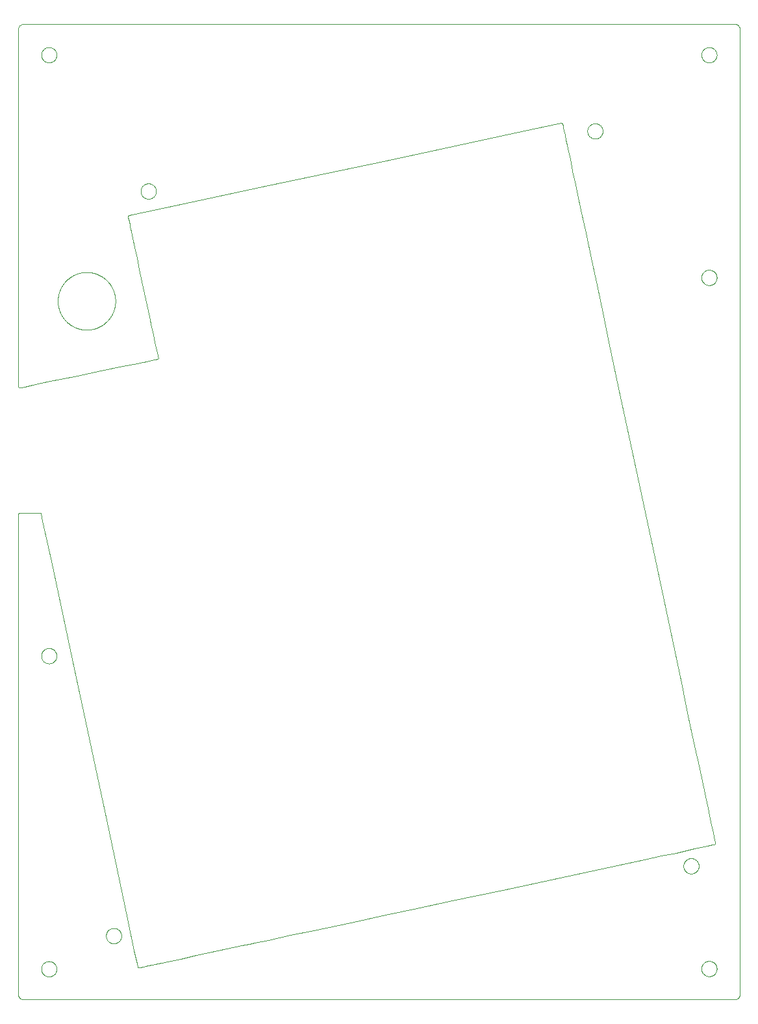
<source format=gm1>
G04 #@! TF.GenerationSoftware,KiCad,Pcbnew,(5.1.5-0-10_14)*
G04 #@! TF.CreationDate,2020-05-14T05:15:00+09:00*
G04 #@! TF.ProjectId,N-top-v02,4e2d746f-702d-4763-9032-2e6b69636164,rev?*
G04 #@! TF.SameCoordinates,Original*
G04 #@! TF.FileFunction,Profile,NP*
%FSLAX46Y46*%
G04 Gerber Fmt 4.6, Leading zero omitted, Abs format (unit mm)*
G04 Created by KiCad (PCBNEW (5.1.5-0-10_14)) date 2020-05-14 05:15:00*
%MOMM*%
%LPD*%
G04 APERTURE LIST*
%ADD10C,0.050000*%
G04 APERTURE END LIST*
D10*
X165341116Y-32170534D02*
X165339909Y-32220042D01*
X165339909Y-32220042D02*
X165336486Y-32267350D01*
X165336486Y-32267350D02*
X165331115Y-32312460D01*
X165331115Y-32312460D02*
X165323914Y-32356163D01*
X165323914Y-32356163D02*
X165315195Y-32397694D01*
X165315195Y-32397694D02*
X165304984Y-32437826D01*
X165304984Y-32437826D02*
X165293060Y-32477657D01*
X165293060Y-32477657D02*
X165280074Y-32515338D01*
X165280074Y-32515338D02*
X165265645Y-32552319D01*
X165265645Y-32552319D02*
X165250286Y-32587533D01*
X165250286Y-32587533D02*
X165233803Y-32621687D01*
X165233803Y-32621687D02*
X165214796Y-32657420D01*
X165214796Y-32657420D02*
X165196370Y-32689052D01*
X165196370Y-32689052D02*
X165176629Y-32720246D01*
X165176629Y-32720246D02*
X165156221Y-32750037D01*
X165156221Y-32750037D02*
X165134438Y-32779481D01*
X165134438Y-32779481D02*
X165112104Y-32807514D01*
X165112104Y-32807514D02*
X165088797Y-32834709D01*
X165088797Y-32834709D02*
X165064297Y-32861320D01*
X165064297Y-32861320D02*
X165038996Y-32886896D01*
X165038996Y-32886896D02*
X165013214Y-32911172D01*
X165013214Y-32911172D02*
X164985732Y-32935257D01*
X164985732Y-32935257D02*
X164957823Y-32957992D01*
X164957823Y-32957992D02*
X164929098Y-32979727D01*
X164929098Y-32979727D02*
X164899587Y-33000437D01*
X164899587Y-33000437D02*
X164866754Y-33021681D01*
X164866754Y-33021681D02*
X164834702Y-33040727D01*
X164834702Y-33040727D02*
X164797037Y-33061112D01*
X164797037Y-33061112D02*
X164763243Y-33077674D01*
X164763243Y-33077674D02*
X164728230Y-33093204D01*
X164728230Y-33093204D02*
X164691639Y-33107744D01*
X164691639Y-33107744D02*
X164654369Y-33120863D01*
X164654369Y-33120863D02*
X164615155Y-33132897D01*
X164615155Y-33132897D02*
X164574532Y-33143518D01*
X164574532Y-33143518D02*
X164533266Y-33152451D01*
X164533266Y-33152451D02*
X164486366Y-33160394D01*
X164486366Y-33160394D02*
X164438962Y-33166103D01*
X164438962Y-33166103D02*
X164391715Y-33169518D01*
X164391715Y-33169518D02*
X164342896Y-33170701D01*
X92510849Y-71727732D02*
X92488080Y-71755335D01*
X92488080Y-71755335D02*
X92459741Y-71777203D01*
X92459741Y-71777203D02*
X92425295Y-71792854D01*
X92425295Y-71792854D02*
X92409165Y-71797074D01*
X164342896Y-60170732D02*
X164391715Y-60171913D01*
X164391715Y-60171913D02*
X164438767Y-60175311D01*
X164438767Y-60175311D02*
X164486171Y-60181014D01*
X164486171Y-60181014D02*
X164529067Y-60188192D01*
X164529067Y-60188192D02*
X164571524Y-60197228D01*
X164571524Y-60197228D02*
X164611826Y-60207635D01*
X164611826Y-60207635D02*
X164651461Y-60219669D01*
X164651461Y-60219669D02*
X164688963Y-60232756D01*
X164688963Y-60232756D02*
X164726829Y-60247724D01*
X164726829Y-60247724D02*
X164763243Y-60263854D01*
X164763243Y-60263854D02*
X164797206Y-60280516D01*
X164797206Y-60280516D02*
X164830438Y-60298412D01*
X164830438Y-60298412D02*
X164862590Y-60317320D01*
X164862590Y-60317320D02*
X164893340Y-60336964D01*
X164893340Y-60336964D02*
X164923319Y-60357687D01*
X164923319Y-60357687D02*
X164953092Y-60379921D01*
X164953092Y-60379921D02*
X164981138Y-60402501D01*
X164981138Y-60402501D02*
X165008346Y-60426059D01*
X165008346Y-60426059D02*
X165037922Y-60453694D01*
X165037922Y-60453694D02*
X165063260Y-60479236D01*
X165063260Y-60479236D02*
X165087677Y-60505673D01*
X165087677Y-60505673D02*
X165111146Y-60532976D01*
X165111146Y-60532976D02*
X165133408Y-60560820D01*
X165133408Y-60560820D02*
X165155129Y-60590077D01*
X165155129Y-60590077D02*
X165175591Y-60619820D01*
X165175591Y-60619820D02*
X165195782Y-60651613D01*
X165195782Y-60651613D02*
X165214243Y-60683211D01*
X165214243Y-60683211D02*
X165231915Y-60716203D01*
X165231915Y-60716203D02*
X165248535Y-60750260D01*
X165248535Y-60750260D02*
X165264331Y-60786079D01*
X165264331Y-60786079D02*
X165279014Y-60823329D01*
X165279014Y-60823329D02*
X165292113Y-60860925D01*
X165292113Y-60860925D02*
X165303844Y-60899553D01*
X165303844Y-60899553D02*
X165314219Y-60939577D01*
X165314219Y-60939577D02*
X165323260Y-60981761D01*
X165323260Y-60981761D02*
X165330612Y-61025357D01*
X165330612Y-61025357D02*
X165336178Y-61070747D01*
X165336178Y-61070747D02*
X165339769Y-61118337D01*
X165339769Y-61118337D02*
X165341112Y-61168134D01*
X165341112Y-61168134D02*
X165341116Y-61170560D01*
X163340443Y-61170560D02*
X163341614Y-61121729D01*
X163341614Y-61121729D02*
X163345068Y-61073900D01*
X163345068Y-61073900D02*
X163350437Y-61028855D01*
X163350437Y-61028855D02*
X163357646Y-60985209D01*
X163357646Y-60985209D02*
X163366543Y-60942973D01*
X163366543Y-60942973D02*
X163376894Y-60902524D01*
X163376894Y-60902524D02*
X163388521Y-60863845D01*
X163388521Y-60863845D02*
X163401458Y-60826376D01*
X163401458Y-60826376D02*
X163415532Y-60790299D01*
X163415532Y-60790299D02*
X163430713Y-60755430D01*
X163430713Y-60755430D02*
X163446999Y-60721602D01*
X163446999Y-60721602D02*
X163464687Y-60688162D01*
X163464687Y-60688162D02*
X163483397Y-60655803D01*
X163483397Y-60655803D02*
X163502855Y-60624852D01*
X163502855Y-60624852D02*
X163523186Y-60594979D01*
X163523186Y-60594979D02*
X163544555Y-60565887D01*
X163544555Y-60565887D02*
X163567652Y-60536737D01*
X163567652Y-60536737D02*
X163591298Y-60509039D01*
X163591298Y-60509039D02*
X163615664Y-60482492D01*
X163615664Y-60482492D02*
X163640964Y-60456838D01*
X163640964Y-60456838D02*
X163667167Y-60432097D01*
X163667167Y-60432097D02*
X163696543Y-60406361D01*
X163696543Y-60406361D02*
X163725732Y-60382689D01*
X163725732Y-60382689D02*
X163754289Y-60361206D01*
X163754289Y-60361206D02*
X163785191Y-60339680D01*
X163785191Y-60339680D02*
X163815962Y-60319889D01*
X163815962Y-60319889D02*
X163848477Y-60300641D01*
X163848477Y-60300641D02*
X163881431Y-60282772D01*
X163881431Y-60282772D02*
X163915973Y-60265706D01*
X163915973Y-60265706D02*
X163950553Y-60250239D01*
X163950553Y-60250239D02*
X163988848Y-60234899D01*
X163988848Y-60234899D02*
X164026445Y-60221587D01*
X164026445Y-60221587D02*
X164066200Y-60209315D01*
X164066200Y-60209315D02*
X164106263Y-60198757D01*
X164106263Y-60198757D02*
X164148882Y-60189448D01*
X164148882Y-60189448D02*
X164191572Y-60182048D01*
X164191572Y-60182048D02*
X164236437Y-60176302D01*
X164236437Y-60176302D02*
X164284097Y-60172421D01*
X164284097Y-60172421D02*
X164332767Y-60170779D01*
X164332767Y-60170779D02*
X164342896Y-60170732D01*
X83199971Y-67969971D02*
X83150022Y-67969643D01*
X83150022Y-67969643D02*
X83098723Y-67968625D01*
X83098723Y-67968625D02*
X83047593Y-67966922D01*
X83047593Y-67966922D02*
X82996639Y-67964538D01*
X82996639Y-67964538D02*
X82948846Y-67961675D01*
X82948846Y-67961675D02*
X82901213Y-67958216D01*
X82901213Y-67958216D02*
X82853747Y-67954166D01*
X82853747Y-67954166D02*
X82807188Y-67949603D01*
X82807188Y-67949603D02*
X82759325Y-67944301D01*
X82759325Y-67944301D02*
X82712377Y-67938495D01*
X82712377Y-67938495D02*
X82662692Y-67931693D01*
X82662692Y-67931693D02*
X82616121Y-67924702D01*
X82616121Y-67924702D02*
X82570460Y-67917260D01*
X82570460Y-67917260D02*
X82524266Y-67909140D01*
X82524266Y-67909140D02*
X82480419Y-67900877D01*
X82480419Y-67900877D02*
X82438180Y-67892400D01*
X82438180Y-67892400D02*
X82394690Y-67883140D01*
X82394690Y-67883140D02*
X82352097Y-67873543D01*
X82352097Y-67873543D02*
X82309686Y-67863463D01*
X82309686Y-67863463D02*
X82265357Y-67852365D01*
X82265357Y-67852365D02*
X82225428Y-67841869D01*
X82225428Y-67841869D02*
X82183588Y-67830360D01*
X82183588Y-67830360D02*
X82144020Y-67818990D01*
X82144020Y-67818990D02*
X82105323Y-67807412D01*
X82105323Y-67807412D02*
X82061998Y-67793903D01*
X82061998Y-67793903D02*
X82023675Y-67781464D01*
X82023675Y-67781464D02*
X81985536Y-67768629D01*
X81985536Y-67768629D02*
X81947577Y-67755397D01*
X81947577Y-67755397D02*
X81901739Y-67738800D01*
X81901739Y-67738800D02*
X81864864Y-67724953D01*
X81864864Y-67724953D02*
X81826845Y-67710207D01*
X81826845Y-67710207D02*
X81789689Y-67695329D01*
X81789689Y-67695329D02*
X81750754Y-67679241D01*
X81750754Y-67679241D02*
X81713348Y-67663293D01*
X81713348Y-67663293D02*
X81674200Y-67646083D01*
X81674200Y-67646083D02*
X81637873Y-67629633D01*
X81637873Y-67629633D02*
X81601752Y-67612805D01*
X81601752Y-67612805D02*
X81566480Y-67595919D01*
X81566480Y-67595919D02*
X81532686Y-67579311D01*
X81532686Y-67579311D02*
X81494657Y-67560114D01*
X81494657Y-67560114D02*
X81454367Y-67539175D01*
X81454367Y-67539175D02*
X81419347Y-67520467D01*
X81419347Y-67520467D02*
X81386408Y-67502430D01*
X81386408Y-67502430D02*
X81352440Y-67483377D01*
X81352440Y-67483377D02*
X81318689Y-67463981D01*
X81318689Y-67463981D02*
X81286376Y-67444972D01*
X81286376Y-67444972D02*
X81254269Y-67425648D01*
X81254269Y-67425648D02*
X81221172Y-67405268D01*
X81221172Y-67405268D02*
X81190091Y-67385695D01*
X81190091Y-67385695D02*
X81157439Y-67364669D01*
X81157439Y-67364669D02*
X81126195Y-67344102D01*
X81126195Y-67344102D02*
X81095169Y-67323231D01*
X81095169Y-67323231D02*
X81065520Y-67302864D01*
X81065520Y-67302864D02*
X81035502Y-67281814D01*
X81035502Y-67281814D02*
X81006270Y-67260892D01*
X81006270Y-67260892D02*
X80973848Y-67237187D01*
X80973848Y-67237187D02*
X80937759Y-67210171D01*
X80937759Y-67210171D02*
X80904231Y-67184458D01*
X80904231Y-67184458D02*
X80875416Y-67161877D01*
X80875416Y-67161877D02*
X80846827Y-67139023D01*
X80846827Y-67139023D02*
X80818467Y-67115898D01*
X80818467Y-67115898D02*
X80786565Y-67089331D01*
X80786565Y-67089331D02*
X80756564Y-67063796D01*
X80756564Y-67063796D02*
X80728423Y-67039346D01*
X80728423Y-67039346D02*
X80701051Y-67015091D01*
X80701051Y-67015091D02*
X80671841Y-66988680D01*
X80671841Y-66988680D02*
X80645481Y-66964363D01*
X80645481Y-66964363D02*
X80614261Y-66934954D01*
X80614261Y-66934954D02*
X80588416Y-66910094D01*
X80588416Y-66910094D02*
X80561811Y-66884006D01*
X80561811Y-66884006D02*
X80535959Y-66858153D01*
X80535959Y-66858153D02*
X80508399Y-66830034D01*
X80508399Y-66830034D02*
X80471948Y-66791925D01*
X80471948Y-66791925D02*
X80444603Y-66762623D01*
X80444603Y-66762623D02*
X80418039Y-66733552D01*
X80418039Y-66733552D02*
X80393644Y-66706308D01*
X80393644Y-66706308D02*
X80369510Y-66678826D01*
X80369510Y-66678826D02*
X80345640Y-66651107D01*
X80345640Y-66651107D02*
X80322039Y-66623155D01*
X80322039Y-66623155D02*
X80293359Y-66588435D01*
X80293359Y-66588435D02*
X80270356Y-66559967D01*
X80270356Y-66559967D02*
X80247628Y-66531274D01*
X80247628Y-66531274D02*
X80223888Y-66500678D01*
X80223888Y-66500678D02*
X80201303Y-66470959D01*
X80201303Y-66470959D02*
X80176086Y-66437038D01*
X80176086Y-66437038D02*
X80154533Y-66407403D01*
X80154533Y-66407403D02*
X80133264Y-66377551D01*
X80133264Y-66377551D02*
X80112282Y-66347485D01*
X80112282Y-66347485D02*
X80088427Y-66312528D01*
X80088427Y-66312528D02*
X80067674Y-66281413D01*
X80067674Y-66281413D02*
X80046841Y-66249489D01*
X80046841Y-66249489D02*
X80026703Y-66217939D01*
X80026703Y-66217939D02*
X80006129Y-66184974D01*
X80006129Y-66184974D02*
X79985160Y-66150572D01*
X79985160Y-66150572D02*
X79964907Y-66116538D01*
X79964907Y-66116538D02*
X79945358Y-66082889D01*
X79945358Y-66082889D02*
X79926842Y-66050255D01*
X79926842Y-66050255D02*
X79908983Y-66018040D01*
X79908983Y-66018040D02*
X79888760Y-65980631D01*
X79888760Y-65980631D02*
X79870258Y-65945486D01*
X79870258Y-65945486D02*
X79852439Y-65910757D01*
X79852439Y-65910757D02*
X79835600Y-65877095D01*
X79835600Y-65877095D02*
X79819093Y-65843241D01*
X79819093Y-65843241D02*
X79802310Y-65807911D01*
X79802310Y-65807911D02*
X79785591Y-65771732D01*
X79785591Y-65771732D02*
X79768382Y-65733391D01*
X79768382Y-65733391D02*
X79752154Y-65696138D01*
X79752154Y-65696138D02*
X79736592Y-65659333D01*
X79736592Y-65659333D02*
X79721412Y-65622329D01*
X79721412Y-65622329D02*
X79705575Y-65582466D01*
X79705575Y-65582466D02*
X79690182Y-65542381D01*
X79690182Y-65542381D02*
X79675483Y-65502752D01*
X79675483Y-65502752D02*
X79661695Y-65464266D01*
X79661695Y-65464266D02*
X79648548Y-65426269D01*
X79648548Y-65426269D02*
X79635797Y-65388091D01*
X79635797Y-65388091D02*
X79622797Y-65347670D01*
X79622797Y-65347670D02*
X79608991Y-65302911D01*
X79608991Y-65302911D02*
X79597334Y-65263466D01*
X79597334Y-65263466D02*
X79585714Y-65222449D01*
X79585714Y-65222449D02*
X79574363Y-65180544D01*
X79574363Y-65180544D02*
X79563486Y-65138447D01*
X79563486Y-65138447D02*
X79550394Y-65084853D01*
X79550394Y-65084853D02*
X79540762Y-65043043D01*
X79540762Y-65043043D02*
X79531298Y-64999630D01*
X79531298Y-64999630D02*
X79522478Y-64956746D01*
X79522478Y-64956746D02*
X79514283Y-64914407D01*
X79514283Y-64914407D02*
X79505933Y-64868292D01*
X79505933Y-64868292D02*
X79498032Y-64821257D01*
X79498032Y-64821257D02*
X79491257Y-64777667D01*
X79491257Y-64777667D02*
X79484586Y-64730991D01*
X79484586Y-64730991D02*
X79478582Y-64684868D01*
X79478582Y-64684868D02*
X79473305Y-64640041D01*
X79473305Y-64640041D02*
X79467469Y-64583972D01*
X79467469Y-64583972D02*
X79463196Y-64536569D01*
X79463196Y-64536569D02*
X79459515Y-64488998D01*
X79459515Y-64488998D02*
X79456256Y-64438277D01*
X79456256Y-64438277D02*
X79453806Y-64390373D01*
X79453806Y-64390373D02*
X79451769Y-64336296D01*
X79451769Y-64336296D02*
X79450551Y-64285047D01*
X79450551Y-64285047D02*
X79450022Y-64233634D01*
X79450022Y-64233634D02*
X79450000Y-64220000D01*
X164342896Y-31170705D02*
X164391715Y-31171886D01*
X164391715Y-31171886D02*
X164438767Y-31175284D01*
X164438767Y-31175284D02*
X164486171Y-31180987D01*
X164486171Y-31180987D02*
X164529067Y-31188165D01*
X164529067Y-31188165D02*
X164571524Y-31197201D01*
X164571524Y-31197201D02*
X164611826Y-31207608D01*
X164611826Y-31207608D02*
X164651461Y-31219642D01*
X164651461Y-31219642D02*
X164688963Y-31232729D01*
X164688963Y-31232729D02*
X164726829Y-31247697D01*
X164726829Y-31247697D02*
X164763243Y-31263827D01*
X164763243Y-31263827D02*
X164797206Y-31280489D01*
X164797206Y-31280489D02*
X164830438Y-31298385D01*
X164830438Y-31298385D02*
X164862590Y-31317293D01*
X164862590Y-31317293D02*
X164893340Y-31336937D01*
X164893340Y-31336937D02*
X164923319Y-31357660D01*
X164923319Y-31357660D02*
X164953092Y-31379894D01*
X164953092Y-31379894D02*
X164981138Y-31402474D01*
X164981138Y-31402474D02*
X165008346Y-31426032D01*
X165008346Y-31426032D02*
X165037922Y-31453667D01*
X165037922Y-31453667D02*
X165063260Y-31479209D01*
X165063260Y-31479209D02*
X165087677Y-31505646D01*
X165087677Y-31505646D02*
X165111146Y-31532949D01*
X165111146Y-31532949D02*
X165133408Y-31560793D01*
X165133408Y-31560793D02*
X165155129Y-31590050D01*
X165155129Y-31590050D02*
X165175591Y-31619793D01*
X165175591Y-31619793D02*
X165195782Y-31651586D01*
X165195782Y-31651586D02*
X165214243Y-31683184D01*
X165214243Y-31683184D02*
X165231915Y-31716176D01*
X165231915Y-31716176D02*
X165248535Y-31750233D01*
X165248535Y-31750233D02*
X165264331Y-31786052D01*
X165264331Y-31786052D02*
X165279014Y-31823302D01*
X165279014Y-31823302D02*
X165292113Y-31860898D01*
X165292113Y-31860898D02*
X165303844Y-31899526D01*
X165303844Y-31899526D02*
X165314219Y-31939551D01*
X165314219Y-31939551D02*
X165323260Y-31981735D01*
X165323260Y-31981735D02*
X165330612Y-32025331D01*
X165330612Y-32025331D02*
X165336178Y-32070721D01*
X165336178Y-32070721D02*
X165339769Y-32118311D01*
X165339769Y-32118311D02*
X165341112Y-32168108D01*
X165341112Y-32168108D02*
X165341116Y-32170534D01*
X163340443Y-32170534D02*
X163341614Y-32121703D01*
X163341614Y-32121703D02*
X163345068Y-32073874D01*
X163345068Y-32073874D02*
X163350437Y-32028829D01*
X163350437Y-32028829D02*
X163357646Y-31985183D01*
X163357646Y-31985183D02*
X163366543Y-31942947D01*
X163366543Y-31942947D02*
X163376894Y-31902497D01*
X163376894Y-31902497D02*
X163388521Y-31863818D01*
X163388521Y-31863818D02*
X163401458Y-31826349D01*
X163401458Y-31826349D02*
X163415532Y-31790272D01*
X163415532Y-31790272D02*
X163430713Y-31755403D01*
X163430713Y-31755403D02*
X163446999Y-31721575D01*
X163446999Y-31721575D02*
X163464687Y-31688135D01*
X163464687Y-31688135D02*
X163483397Y-31655776D01*
X163483397Y-31655776D02*
X163502855Y-31624825D01*
X163502855Y-31624825D02*
X163523186Y-31594952D01*
X163523186Y-31594952D02*
X163544555Y-31565860D01*
X163544555Y-31565860D02*
X163567652Y-31536710D01*
X163567652Y-31536710D02*
X163591298Y-31509012D01*
X163591298Y-31509012D02*
X163615664Y-31482465D01*
X163615664Y-31482465D02*
X163640964Y-31456811D01*
X163640964Y-31456811D02*
X163667167Y-31432070D01*
X163667167Y-31432070D02*
X163696543Y-31406334D01*
X163696543Y-31406334D02*
X163725732Y-31382662D01*
X163725732Y-31382662D02*
X163754289Y-31361179D01*
X163754289Y-31361179D02*
X163785191Y-31339653D01*
X163785191Y-31339653D02*
X163815962Y-31319862D01*
X163815962Y-31319862D02*
X163848477Y-31300614D01*
X163848477Y-31300614D02*
X163881431Y-31282745D01*
X163881431Y-31282745D02*
X163915973Y-31265679D01*
X163915973Y-31265679D02*
X163950553Y-31250212D01*
X163950553Y-31250212D02*
X163988848Y-31234872D01*
X163988848Y-31234872D02*
X164026445Y-31221560D01*
X164026445Y-31221560D02*
X164066200Y-31209288D01*
X164066200Y-31209288D02*
X164106263Y-31198730D01*
X164106263Y-31198730D02*
X164148882Y-31189421D01*
X164148882Y-31189421D02*
X164191572Y-31182021D01*
X164191572Y-31182021D02*
X164236437Y-31176275D01*
X164236437Y-31176275D02*
X164284097Y-31172394D01*
X164284097Y-31172394D02*
X164332767Y-31170752D01*
X164332767Y-31170752D02*
X164342896Y-31170705D01*
X165137069Y-134811764D02*
X165114305Y-134704638D01*
X165114305Y-134704638D02*
X165048118Y-134393142D01*
X165048118Y-134393142D02*
X164957850Y-133968297D01*
X164957850Y-133968297D02*
X164844290Y-133433819D01*
X164844290Y-133433819D02*
X164634670Y-132447210D01*
X164634670Y-132447210D02*
X164371753Y-131209745D01*
X164371753Y-131209745D02*
X164172920Y-130273896D01*
X164172920Y-130273896D02*
X163840916Y-128711246D01*
X163840916Y-128711246D02*
X163331920Y-126315533D01*
X163331920Y-126315533D02*
X162904377Y-124303195D01*
X162904377Y-124303195D02*
X162601320Y-122876778D01*
X162601320Y-122876778D02*
X162121272Y-120617299D01*
X162121272Y-120617299D02*
X161607665Y-118199869D01*
X161607665Y-118199869D02*
X161250916Y-116520732D01*
X161250916Y-116520732D02*
X160695856Y-113908187D01*
X160695856Y-113908187D02*
X159520201Y-108374627D01*
X159520201Y-108374627D02*
X156973068Y-96385795D01*
X156973068Y-96385795D02*
X154299581Y-83802245D01*
X154299581Y-83802245D02*
X152542511Y-75532082D01*
X152542511Y-75532082D02*
X151275232Y-69567272D01*
X151275232Y-69567272D02*
X150463010Y-65744326D01*
X150463010Y-65744326D02*
X149685527Y-62084887D01*
X149685527Y-62084887D02*
X148949098Y-58618685D01*
X148949098Y-58618685D02*
X148260038Y-55375450D01*
X148260038Y-55375450D02*
X147624665Y-52384911D01*
X147624665Y-52384911D02*
X147189190Y-50335246D01*
X147189190Y-50335246D02*
X146917690Y-49057371D01*
X146917690Y-49057371D02*
X146540245Y-47280847D01*
X146540245Y-47280847D02*
X146208197Y-45718002D01*
X146208197Y-45718002D02*
X146009332Y-44782015D01*
X146009332Y-44782015D02*
X145830601Y-43940793D01*
X145830601Y-43940793D02*
X145672792Y-43198050D01*
X145672792Y-43198050D02*
X145536695Y-42557502D01*
X145536695Y-42557502D02*
X145423098Y-42022865D01*
X145423098Y-42022865D02*
X145332794Y-41597856D01*
X145332794Y-41597856D02*
X145281596Y-41356908D01*
X145281596Y-41356908D02*
X145254653Y-41230109D01*
X145254653Y-41230109D02*
X145243789Y-41178982D01*
X165014303Y-135001418D02*
X165052546Y-134987982D01*
X165052546Y-134987982D02*
X165083037Y-134968047D01*
X165083037Y-134968047D02*
X165108026Y-134941973D01*
X165108026Y-134941973D02*
X165126779Y-134910438D01*
X165126779Y-134910438D02*
X165138984Y-134868726D01*
X165138984Y-134868726D02*
X165138473Y-134819093D01*
X165138473Y-134819093D02*
X165137069Y-134811764D01*
X90027491Y-151028818D02*
X90085990Y-151016307D01*
X90085990Y-151016307D02*
X90182278Y-150995723D01*
X90182278Y-150995723D02*
X90314776Y-150967397D01*
X90314776Y-150967397D02*
X90469771Y-150934262D01*
X90469771Y-150934262D02*
X90646897Y-150896398D01*
X90646897Y-150896398D02*
X90845788Y-150853882D01*
X90845788Y-150853882D02*
X91181529Y-150782116D01*
X91181529Y-150782116D02*
X91705516Y-150670111D01*
X91705516Y-150670111D02*
X92153926Y-150574261D01*
X92153926Y-150574261D02*
X92475728Y-150505475D01*
X92475728Y-150505475D02*
X92991996Y-150395125D01*
X92991996Y-150395125D02*
X93748636Y-150233396D01*
X93748636Y-150233396D02*
X94576974Y-150056344D01*
X94576974Y-150056344D02*
X95474083Y-149864592D01*
X95474083Y-149864592D02*
X96437038Y-149658768D01*
X96437038Y-149658768D02*
X97462911Y-149439497D01*
X97462911Y-149439497D02*
X99106341Y-149088231D01*
X99106341Y-149088231D02*
X101500480Y-148576511D01*
X101500480Y-148576511D02*
X103433625Y-148163324D01*
X103433625Y-148163324D02*
X104437324Y-147948795D01*
X104437324Y-147948795D02*
X105119079Y-147803079D01*
X105119079Y-147803079D02*
X106862331Y-147430483D01*
X106862331Y-147430483D02*
X109783221Y-146806183D01*
X109783221Y-146806183D02*
X112832869Y-146154364D01*
X112832869Y-146154364D02*
X117588774Y-145137860D01*
X117588774Y-145137860D02*
X122520248Y-144083832D01*
X122520248Y-144083832D02*
X125850812Y-143371977D01*
X125850812Y-143371977D02*
X130864202Y-142300445D01*
X130864202Y-142300445D02*
X137455041Y-140891760D01*
X137455041Y-140891760D02*
X146826174Y-138888836D01*
X146826174Y-138888836D02*
X153542815Y-137453266D01*
X153542815Y-137453266D02*
X155936806Y-136941590D01*
X155936806Y-136941590D02*
X158108372Y-136477454D01*
X158108372Y-136477454D02*
X160034102Y-136065860D01*
X160034102Y-136065860D02*
X162448583Y-135549804D01*
X162448583Y-135549804D02*
X164102145Y-135196379D01*
X164102145Y-135196379D02*
X164810404Y-135044999D01*
X164810404Y-135044999D02*
X165014303Y-135001418D01*
X89907011Y-151005958D02*
X89940654Y-151022856D01*
X89940654Y-151022856D02*
X89982238Y-151031691D01*
X89982238Y-151031691D02*
X90027491Y-151028818D01*
X89837584Y-150905204D02*
X89850513Y-150942567D01*
X89850513Y-150942567D02*
X89870292Y-150973280D01*
X89870292Y-150973280D02*
X89896287Y-150998429D01*
X89896287Y-150998429D02*
X89907011Y-151005958D01*
X77254085Y-91943592D02*
X77454398Y-92882183D01*
X77454398Y-92882183D02*
X78561989Y-98071935D01*
X78561989Y-98071935D02*
X81285423Y-110832937D01*
X81285423Y-110832937D02*
X85757013Y-131785159D01*
X85757013Y-131785159D02*
X88498106Y-144628910D01*
X88498106Y-144628910D02*
X89389653Y-148806373D01*
X89389653Y-148806373D02*
X89751919Y-150503815D01*
X89751919Y-150503815D02*
X89837584Y-150905204D01*
X77097621Y-91816931D02*
X77141623Y-91823082D01*
X77141623Y-91823082D02*
X77177070Y-91838053D01*
X77177070Y-91838053D02*
X77206624Y-91859830D01*
X77206624Y-91859830D02*
X77229812Y-91886812D01*
X77229812Y-91886812D02*
X77247076Y-91919855D01*
X77247076Y-91919855D02*
X77254085Y-91943592D01*
X74448063Y-91816931D02*
X77097621Y-91816931D01*
X74288043Y-91976950D02*
X74294184Y-91932897D01*
X74294184Y-91932897D02*
X74309210Y-91897366D01*
X74309210Y-91897366D02*
X74330483Y-91868417D01*
X74330483Y-91868417D02*
X74357527Y-91844997D01*
X74357527Y-91844997D02*
X74390550Y-91827581D01*
X74390550Y-91827581D02*
X74431964Y-91817729D01*
X74431964Y-91817729D02*
X74448063Y-91816931D01*
X167700776Y-155170711D02*
X74928123Y-155170711D01*
X168340856Y-154530631D02*
X168339022Y-154579419D01*
X168339022Y-154579419D02*
X168333989Y-154624715D01*
X168333989Y-154624715D02*
X168326129Y-154667785D01*
X168326129Y-154667785D02*
X168315859Y-154708371D01*
X168315859Y-154708371D02*
X168302800Y-154748568D01*
X168302800Y-154748568D02*
X168287991Y-154785764D01*
X168287991Y-154785764D02*
X168271845Y-154820042D01*
X168271845Y-154820042D02*
X168253768Y-154853170D01*
X168253768Y-154853170D02*
X168234370Y-154884275D01*
X168234370Y-154884275D02*
X168212838Y-154914731D01*
X168212838Y-154914731D02*
X168190389Y-154942922D01*
X168190389Y-154942922D02*
X168165598Y-154970659D01*
X168165598Y-154970659D02*
X168140476Y-154995757D01*
X168140476Y-154995757D02*
X168114003Y-155019439D01*
X168114003Y-155019439D02*
X168085473Y-155042219D01*
X168085473Y-155042219D02*
X168055852Y-155063240D01*
X168055852Y-155063240D02*
X168024812Y-155082711D01*
X168024812Y-155082711D02*
X167991541Y-155100978D01*
X167991541Y-155100978D02*
X167957555Y-155117093D01*
X167957555Y-155117093D02*
X167921135Y-155131744D01*
X167921135Y-155131744D02*
X167881052Y-155144952D01*
X167881052Y-155144952D02*
X167840829Y-155155327D01*
X167840829Y-155155327D02*
X167798644Y-155163266D01*
X167798644Y-155163266D02*
X167753513Y-155168563D01*
X167753513Y-155168563D02*
X167704520Y-155170698D01*
X167704520Y-155170698D02*
X167700776Y-155170711D01*
X168340856Y-28810706D02*
X168340856Y-154530631D01*
X167700776Y-28170711D02*
X167751486Y-28172692D01*
X167751486Y-28172692D02*
X167796657Y-28177855D01*
X167796657Y-28177855D02*
X167838888Y-28185673D01*
X167838888Y-28185673D02*
X167880106Y-28196210D01*
X167880106Y-28196210D02*
X167919065Y-28208952D01*
X167919065Y-28208952D02*
X167955995Y-28223689D01*
X167955995Y-28223689D02*
X167990138Y-28239782D01*
X167990138Y-28239782D02*
X168022939Y-28257674D01*
X168022939Y-28257674D02*
X168053945Y-28276987D01*
X168053945Y-28276987D02*
X168083935Y-28298133D01*
X168083935Y-28298133D02*
X168114003Y-28322078D01*
X168114003Y-28322078D02*
X168141174Y-28346429D01*
X168141174Y-28346429D02*
X168166916Y-28372270D01*
X168166916Y-28372270D02*
X168190545Y-28398800D01*
X168190545Y-28398800D02*
X168213704Y-28427966D01*
X168213704Y-28427966D02*
X168235301Y-28458672D01*
X168235301Y-28458672D02*
X168254742Y-28490036D01*
X168254742Y-28490036D02*
X168272338Y-28522463D01*
X168272338Y-28522463D02*
X168288766Y-28557547D01*
X168288766Y-28557547D02*
X168303795Y-28595704D01*
X168303795Y-28595704D02*
X168316132Y-28634064D01*
X168316132Y-28634064D02*
X168326498Y-28675379D01*
X168326498Y-28675379D02*
X168334422Y-28719699D01*
X168334422Y-28719699D02*
X168339263Y-28765270D01*
X168339263Y-28765270D02*
X168340856Y-28810706D01*
X74928123Y-28170711D02*
X167700776Y-28170711D01*
X92533371Y-71606743D02*
X92536300Y-71654089D01*
X92536300Y-71654089D02*
X92527145Y-71695291D01*
X92527145Y-71695291D02*
X92510849Y-71727732D01*
X92409165Y-71797074D02*
X92271656Y-71825404D01*
X92271656Y-71825404D02*
X92095429Y-71861715D01*
X92095429Y-71861715D02*
X91633777Y-71956840D01*
X91633777Y-71956840D02*
X91020180Y-72083276D01*
X91020180Y-72083276D02*
X90547938Y-72180586D01*
X90547938Y-72180586D02*
X89754085Y-72344168D01*
X89754085Y-72344168D02*
X87898869Y-72726457D01*
X87898869Y-72726457D02*
X85022376Y-73319196D01*
X85022376Y-73319196D02*
X81989727Y-73944116D01*
X81989727Y-73944116D02*
X79802679Y-74394786D01*
X79802679Y-74394786D02*
X78447519Y-74674035D01*
X78447519Y-74674035D02*
X77220288Y-74926922D01*
X77220288Y-74926922D02*
X76158091Y-75145801D01*
X76158091Y-75145801D02*
X75499253Y-75281561D01*
X75499253Y-75281561D02*
X75126714Y-75358326D01*
X75126714Y-75358326D02*
X74677214Y-75450950D01*
X74677214Y-75450950D02*
X74480405Y-75491504D01*
X74288043Y-154530631D02*
X74288043Y-91976950D01*
X74475495Y-154983598D02*
X74451051Y-154957710D01*
X74451051Y-154957710D02*
X74427726Y-154930074D01*
X74427726Y-154930074D02*
X74405864Y-154900987D01*
X74405864Y-154900987D02*
X74385749Y-154870806D01*
X74385749Y-154870806D02*
X74366475Y-154837898D01*
X74366475Y-154837898D02*
X74348877Y-154803233D01*
X74348877Y-154803233D02*
X74333651Y-154768159D01*
X74333651Y-154768159D02*
X74320292Y-154731470D01*
X74320292Y-154731470D02*
X74308869Y-154692803D01*
X74308869Y-154692803D02*
X74299515Y-154651477D01*
X74299515Y-154651477D02*
X74292745Y-154608240D01*
X74292745Y-154608240D02*
X74288804Y-154561944D01*
X74288804Y-154561944D02*
X74288043Y-154530631D01*
X74928123Y-155170711D02*
X74879110Y-155168822D01*
X74879110Y-155168822D02*
X74830199Y-155163153D01*
X74830199Y-155163153D02*
X74786853Y-155154884D01*
X74786853Y-155154884D02*
X74746172Y-155144247D01*
X74746172Y-155144247D02*
X74703592Y-155129970D01*
X74703592Y-155129970D02*
X74665698Y-155114379D01*
X74665698Y-155114379D02*
X74631455Y-155097765D01*
X74631455Y-155097765D02*
X74597592Y-155078760D01*
X74597592Y-155078760D02*
X74566795Y-155059021D01*
X74566795Y-155059021D02*
X74537488Y-155037811D01*
X74537488Y-155037811D02*
X74509794Y-155015312D01*
X74509794Y-155015312D02*
X74482932Y-154990875D01*
X74482932Y-154990875D02*
X74475495Y-154983598D01*
X74475495Y-28358163D02*
X74502546Y-28332632D01*
X74502546Y-28332632D02*
X74529733Y-28309754D01*
X74529733Y-28309754D02*
X74561248Y-28286240D01*
X74561248Y-28286240D02*
X74591743Y-28266183D01*
X74591743Y-28266183D02*
X74623693Y-28247707D01*
X74623693Y-28247707D02*
X74658597Y-28230195D01*
X74658597Y-28230195D02*
X74694481Y-28214853D01*
X74694481Y-28214853D02*
X74732174Y-28201422D01*
X74732174Y-28201422D02*
X74771626Y-28190122D01*
X74771626Y-28190122D02*
X74812774Y-28181177D01*
X74812774Y-28181177D02*
X74857505Y-28174611D01*
X74857505Y-28174611D02*
X74904794Y-28171133D01*
X74904794Y-28171133D02*
X74928123Y-28170711D01*
X74288043Y-28810706D02*
X74289919Y-28761697D01*
X74289919Y-28761697D02*
X74295031Y-28716373D01*
X74295031Y-28716373D02*
X74303185Y-28672320D01*
X74303185Y-28672320D02*
X74313779Y-28631062D01*
X74313779Y-28631062D02*
X74326359Y-28592623D01*
X74326359Y-28592623D02*
X74340772Y-28556362D01*
X74340772Y-28556362D02*
X74356928Y-28521909D01*
X74356928Y-28521909D02*
X74374632Y-28489286D01*
X74374632Y-28489286D02*
X74394098Y-28457892D01*
X74394098Y-28457892D02*
X74415107Y-28427984D01*
X74415107Y-28427984D02*
X74437712Y-28399417D01*
X74437712Y-28399417D02*
X74461334Y-28372784D01*
X74461334Y-28372784D02*
X74475495Y-28358163D01*
X74288043Y-75334786D02*
X74288043Y-28810706D01*
X74480405Y-75491504D02*
X74431955Y-75493993D01*
X74431955Y-75493993D02*
X74391482Y-75484459D01*
X74391482Y-75484459D02*
X74358514Y-75467389D01*
X74358514Y-75467389D02*
X74346971Y-75458822D01*
X86949943Y-64220000D02*
X86949615Y-64269944D01*
X86949615Y-64269944D02*
X86948617Y-64320489D01*
X86948617Y-64320489D02*
X86947013Y-64369366D01*
X86947013Y-64369366D02*
X86944827Y-64417339D01*
X86944827Y-64417339D02*
X86941989Y-64465898D01*
X86941989Y-64465898D02*
X86938653Y-64512805D01*
X86938653Y-64512805D02*
X86933590Y-64572136D01*
X86933590Y-64572136D02*
X86928247Y-64625310D01*
X86928247Y-64625310D02*
X86922963Y-64671656D01*
X86922963Y-64671656D02*
X86917314Y-64716367D01*
X86917314Y-64716367D02*
X86910927Y-64762372D01*
X86910927Y-64762372D02*
X86904332Y-64806019D01*
X86904332Y-64806019D02*
X86897110Y-64850225D01*
X86897110Y-64850225D02*
X86889506Y-64893534D01*
X86889506Y-64893534D02*
X86880849Y-64939544D01*
X86880849Y-64939544D02*
X86872225Y-64982498D01*
X86872225Y-64982498D02*
X86863112Y-65025273D01*
X86863112Y-65025273D02*
X86853515Y-65067868D01*
X86853515Y-65067868D02*
X86843435Y-65110277D01*
X86843435Y-65110277D02*
X86832337Y-65154607D01*
X86832337Y-65154607D02*
X86821652Y-65195233D01*
X86821652Y-65195233D02*
X86810527Y-65235678D01*
X86810527Y-65235678D02*
X86799166Y-65275248D01*
X86799166Y-65275248D02*
X86787595Y-65313951D01*
X86787595Y-65313951D02*
X86773875Y-65357966D01*
X86773875Y-65357966D02*
X86760533Y-65399018D01*
X86760533Y-65399018D02*
X86746735Y-65439860D01*
X86746735Y-65439860D02*
X86732482Y-65480493D01*
X86732482Y-65480493D02*
X86719020Y-65517553D01*
X86719020Y-65517553D02*
X86703647Y-65558441D01*
X86703647Y-65558441D02*
X86689130Y-65595780D01*
X86689130Y-65595780D02*
X86674224Y-65632922D01*
X86674224Y-65632922D02*
X86658937Y-65669869D01*
X86658937Y-65669869D02*
X86643265Y-65706616D01*
X86643265Y-65706616D02*
X86627216Y-65743161D01*
X86627216Y-65743161D02*
X86609605Y-65782089D01*
X86609605Y-65782089D02*
X86592777Y-65818210D01*
X86592777Y-65818210D02*
X86575582Y-65854121D01*
X86575582Y-65854121D02*
X86556747Y-65892362D01*
X86556747Y-65892362D02*
X86536195Y-65932881D01*
X86536195Y-65932881D02*
X86516496Y-65970612D01*
X86516496Y-65970612D02*
X86498751Y-66003731D01*
X86498751Y-66003731D02*
X86479997Y-66037886D01*
X86479997Y-66037886D02*
X86461599Y-66070597D01*
X86461599Y-66070597D02*
X86439320Y-66109215D01*
X86439320Y-66109215D02*
X86417689Y-66145725D01*
X86417689Y-66145725D02*
X86398617Y-66177151D01*
X86398617Y-66177151D02*
X86377747Y-66210766D01*
X86377747Y-66210766D02*
X86356533Y-66244148D01*
X86356533Y-66244148D02*
X86336141Y-66275518D01*
X86336141Y-66275518D02*
X86315841Y-66306087D01*
X86315841Y-66306087D02*
X86294051Y-66338191D01*
X86294051Y-66338191D02*
X86273559Y-66367745D01*
X86273559Y-66367745D02*
X86252383Y-66397667D01*
X86252383Y-66397667D02*
X86230925Y-66427374D01*
X86230925Y-66427374D02*
X86208761Y-66457427D01*
X86208761Y-66457427D02*
X86186734Y-66486687D01*
X86186734Y-66486687D02*
X86162703Y-66517952D01*
X86162703Y-66517952D02*
X86138351Y-66548957D01*
X86138351Y-66548957D02*
X86110132Y-66584070D01*
X86110132Y-66584070D02*
X86086903Y-66612344D01*
X86086903Y-66612344D02*
X86059763Y-66644676D01*
X86059763Y-66644676D02*
X86036416Y-66671918D01*
X86036416Y-66671918D02*
X86011882Y-66699987D01*
X86011882Y-66699987D02*
X85987548Y-66727285D01*
X85987548Y-66727285D02*
X85962951Y-66754346D01*
X85962951Y-66754346D02*
X85938096Y-66781164D01*
X85938096Y-66781164D02*
X85912986Y-66807740D01*
X85912986Y-66807740D02*
X85887616Y-66834068D01*
X85887616Y-66834068D02*
X85854064Y-66868127D01*
X85854064Y-66868127D02*
X85828116Y-66893882D01*
X85828116Y-66893882D02*
X85799893Y-66921336D01*
X85799893Y-66921336D02*
X85773432Y-66946566D01*
X85773432Y-66946566D02*
X85747240Y-66971061D01*
X85747240Y-66971061D02*
X85719778Y-66996258D01*
X85719778Y-66996258D02*
X85690486Y-67022583D01*
X85690486Y-67022583D02*
X85663042Y-67046756D01*
X85663042Y-67046756D02*
X85635359Y-67070666D01*
X85635359Y-67070666D02*
X85607443Y-67094309D01*
X85607443Y-67094309D02*
X85579295Y-67117687D01*
X85579295Y-67117687D02*
X85550916Y-67140792D01*
X85550916Y-67140792D02*
X85517888Y-67167112D01*
X85517888Y-67167112D02*
X85489018Y-67189630D01*
X85489018Y-67189630D02*
X85459927Y-67211872D01*
X85459927Y-67211872D02*
X85430613Y-67233833D01*
X85430613Y-67233833D02*
X85401650Y-67255101D01*
X85401650Y-67255101D02*
X85371328Y-67276917D01*
X85371328Y-67276917D02*
X85341938Y-67297628D01*
X85341938Y-67297628D02*
X85311761Y-67318461D01*
X85311761Y-67318461D02*
X85280784Y-67339402D01*
X85280784Y-67339402D02*
X85250177Y-67359654D01*
X85250177Y-67359654D02*
X85218771Y-67379993D01*
X85218771Y-67379993D02*
X85185951Y-67400777D01*
X85185951Y-67400777D02*
X85154712Y-67420124D01*
X85154712Y-67420124D02*
X85118416Y-67442074D01*
X85118416Y-67442074D02*
X85081853Y-67463625D01*
X85081853Y-67463625D02*
X85049338Y-67482327D01*
X85049338Y-67482327D02*
X85015382Y-67501401D01*
X85015382Y-67501401D02*
X84982457Y-67519455D01*
X84982457Y-67519455D02*
X84945567Y-67539175D01*
X84945567Y-67539175D02*
X84905278Y-67560114D01*
X84905278Y-67560114D02*
X84865342Y-67580260D01*
X84865342Y-67580260D02*
X84826416Y-67599327D01*
X84826416Y-67599327D02*
X84787883Y-67617652D01*
X84787883Y-67617652D02*
X84751704Y-67634371D01*
X84751704Y-67634371D02*
X84715318Y-67650715D01*
X84715318Y-67650715D02*
X84678731Y-67666684D01*
X84678731Y-67666684D02*
X84642599Y-67681997D01*
X84642599Y-67681997D02*
X84606937Y-67696673D01*
X84606937Y-67696673D02*
X84565104Y-67713344D01*
X84565104Y-67713344D02*
X84528380Y-67727497D01*
X84528380Y-67727497D02*
X84485416Y-67743497D01*
X84485416Y-67743497D02*
X84446946Y-67757312D01*
X84446946Y-67757312D02*
X84406241Y-67771413D01*
X84406241Y-67771413D02*
X84365327Y-67785058D01*
X84365327Y-67785058D02*
X84326955Y-67797381D01*
X84326955Y-67797381D02*
X84285643Y-67810136D01*
X84285643Y-67810136D02*
X84246904Y-67821622D01*
X84246904Y-67821622D02*
X84207295Y-67832893D01*
X84207295Y-67832893D02*
X84166812Y-67843926D01*
X84166812Y-67843926D02*
X84126150Y-67854519D01*
X84126150Y-67854519D02*
X84085309Y-67864663D01*
X84085309Y-67864663D02*
X84044296Y-67874360D01*
X84044296Y-67874360D02*
X83999552Y-67884384D01*
X83999552Y-67884384D02*
X83957468Y-67893285D01*
X83957468Y-67893285D02*
X83913775Y-67901989D01*
X83913775Y-67901989D02*
X83870624Y-67910056D01*
X83870624Y-67910056D02*
X83827302Y-67917627D01*
X83827302Y-67917627D02*
X83780906Y-67925156D01*
X83780906Y-67925156D02*
X83737241Y-67931693D01*
X83737241Y-67931693D02*
X83690485Y-67938113D01*
X83690485Y-67938113D02*
X83641344Y-67944214D01*
X83641344Y-67944214D02*
X83593484Y-67949527D01*
X83593484Y-67949527D02*
X83537299Y-67954971D01*
X83537299Y-67954971D02*
X83489803Y-67958911D01*
X83489803Y-67958911D02*
X83433185Y-67962818D01*
X83433185Y-67962818D02*
X83385331Y-67965458D01*
X83385331Y-67965458D02*
X83337320Y-67967494D01*
X83337320Y-67967494D02*
X83288404Y-67968943D01*
X83288404Y-67968943D02*
X83237821Y-67969781D01*
X83237821Y-67969781D02*
X83199971Y-67969971D01*
X83199971Y-60470028D02*
X83249915Y-60470352D01*
X83249915Y-60470352D02*
X83307237Y-60471533D01*
X83307237Y-60471533D02*
X83358344Y-60473315D01*
X83358344Y-60473315D02*
X83407034Y-60475656D01*
X83407034Y-60475656D02*
X83454814Y-60478565D01*
X83454814Y-60478565D02*
X83501693Y-60482011D01*
X83501693Y-60482011D02*
X83549148Y-60486099D01*
X83549148Y-60486099D02*
X83598646Y-60491008D01*
X83598646Y-60491008D02*
X83645751Y-60496297D01*
X83645751Y-60496297D02*
X83693412Y-60502261D01*
X83693412Y-60502261D02*
X83740156Y-60508717D01*
X83740156Y-60508717D02*
X83783812Y-60515290D01*
X83783812Y-60515290D02*
X83830196Y-60522852D01*
X83830196Y-60522852D02*
X83873505Y-60530457D01*
X83873505Y-60530457D02*
X83915928Y-60538418D01*
X83915928Y-60538418D02*
X83959611Y-60547150D01*
X83959611Y-60547150D02*
X84005244Y-60556851D01*
X84005244Y-60556851D02*
X84047839Y-60566449D01*
X84047839Y-60566449D02*
X84090248Y-60576529D01*
X84090248Y-60576529D02*
X84135281Y-60587809D01*
X84135281Y-60587809D02*
X84177300Y-60598874D01*
X84177300Y-60598874D02*
X84217040Y-60609824D01*
X84217040Y-60609824D02*
X84260066Y-60622219D01*
X84260066Y-60622219D02*
X84298747Y-60633841D01*
X84298747Y-60633841D02*
X84340680Y-60646963D01*
X84340680Y-60646963D02*
X84378989Y-60659428D01*
X84378989Y-60659428D02*
X84419832Y-60673225D01*
X84419832Y-60673225D02*
X84463167Y-60688445D01*
X84463167Y-60688445D02*
X84502900Y-60702931D01*
X84502900Y-60702931D02*
X84541087Y-60717338D01*
X84541087Y-60717338D02*
X84578411Y-60731885D01*
X84578411Y-60731885D02*
X84615540Y-60746819D01*
X84615540Y-60746819D02*
X84652472Y-60762134D01*
X84652472Y-60762134D02*
X84691167Y-60778683D01*
X84691167Y-60778683D02*
X84728337Y-60795069D01*
X84728337Y-60795069D02*
X84764002Y-60811250D01*
X84764002Y-60811250D02*
X84800753Y-60828399D01*
X84800753Y-60828399D02*
X84836012Y-60845311D01*
X84836012Y-60845311D02*
X84870428Y-60862260D01*
X84870428Y-60862260D02*
X84905278Y-60879877D01*
X84905278Y-60879877D02*
X84939918Y-60897841D01*
X84939918Y-60897841D02*
X84973102Y-60915484D01*
X84973102Y-60915484D02*
X85007946Y-60934474D01*
X85007946Y-60934474D02*
X85041949Y-60953471D01*
X85041949Y-60953471D02*
X85074509Y-60972100D01*
X85074509Y-60972100D02*
X85108692Y-60992128D01*
X85108692Y-60992128D02*
X85140227Y-61011038D01*
X85140227Y-61011038D02*
X85171557Y-61030246D01*
X85171557Y-61030246D02*
X85202687Y-61049752D01*
X85202687Y-61049752D02*
X85234205Y-61069936D01*
X85234205Y-61069936D02*
X85266683Y-61091204D01*
X85266683Y-61091204D02*
X85299513Y-61113195D01*
X85299513Y-61113195D02*
X85329777Y-61133913D01*
X85329777Y-61133913D02*
X85359827Y-61154918D01*
X85359827Y-61154918D02*
X85389663Y-61176209D01*
X85389663Y-61176209D02*
X85423818Y-61201127D01*
X85423818Y-61201127D02*
X85452620Y-61222602D01*
X85452620Y-61222602D02*
X85483999Y-61246491D01*
X85483999Y-61246491D02*
X85515675Y-61271136D01*
X85515675Y-61271136D02*
X85543784Y-61293463D01*
X85543784Y-61293463D02*
X85581469Y-61324093D01*
X85581469Y-61324093D02*
X85609058Y-61347036D01*
X85609058Y-61347036D02*
X85643902Y-61376653D01*
X85643902Y-61376653D02*
X85671512Y-61400644D01*
X85671512Y-61400644D02*
X85698883Y-61424898D01*
X85698883Y-61424898D02*
X85725497Y-61448941D01*
X85725497Y-61448941D02*
X85754455Y-61475628D01*
X85754455Y-61475628D02*
X85787712Y-61506979D01*
X85787712Y-61506979D02*
X85816055Y-61534309D01*
X85816055Y-61534309D02*
X85842119Y-61559948D01*
X85842119Y-61559948D02*
X85867933Y-61585838D01*
X85867933Y-61585838D02*
X85893003Y-61611471D01*
X85893003Y-61611471D02*
X85920253Y-61639893D01*
X85920253Y-61639893D02*
X85949599Y-61671174D01*
X85949599Y-61671174D02*
X85974338Y-61698106D01*
X85974338Y-61698106D02*
X85998812Y-61725275D01*
X85998812Y-61725275D02*
X86023026Y-61752684D01*
X86023026Y-61752684D02*
X86046978Y-61780328D01*
X86046978Y-61780328D02*
X86075637Y-61814135D01*
X86075637Y-61814135D02*
X86100784Y-61844474D01*
X86100784Y-61844474D02*
X86124294Y-61873431D01*
X86124294Y-61873431D02*
X86147084Y-61902074D01*
X86147084Y-61902074D02*
X86169602Y-61930940D01*
X86169602Y-61930940D02*
X86196511Y-61966215D01*
X86196511Y-61966215D02*
X86220507Y-61998411D01*
X86220507Y-61998411D02*
X86243752Y-62030299D01*
X86243752Y-62030299D02*
X86265043Y-62060135D01*
X86265043Y-62060135D02*
X86287251Y-62091924D01*
X86287251Y-62091924D02*
X86311510Y-62127465D01*
X86311510Y-62127465D02*
X86332260Y-62158577D01*
X86332260Y-62158577D02*
X86355004Y-62193467D01*
X86355004Y-62193467D02*
X86374737Y-62224438D01*
X86374737Y-62224438D02*
X86394174Y-62255615D01*
X86394174Y-62255615D02*
X86413314Y-62286994D01*
X86413314Y-62286994D02*
X86432154Y-62318574D01*
X86432154Y-62318574D02*
X86452107Y-62352806D01*
X86452107Y-62352806D02*
X86471357Y-62386645D01*
X86471357Y-62386645D02*
X86489588Y-62419465D01*
X86489588Y-62419465D02*
X86508500Y-62454356D01*
X86508500Y-62454356D02*
X86526725Y-62488839D01*
X86526725Y-62488839D02*
X86544924Y-62524167D01*
X86544924Y-62524167D02*
X86563071Y-62560347D01*
X86563071Y-62560347D02*
X86580225Y-62595469D01*
X86580225Y-62595469D02*
X86596717Y-62630146D01*
X86596717Y-62630146D02*
X86613161Y-62665668D01*
X86613161Y-62665668D02*
X86629242Y-62701388D01*
X86629242Y-62701388D02*
X86645245Y-62737958D01*
X86645245Y-62737958D02*
X86661144Y-62775390D01*
X86661144Y-62775390D02*
X86676376Y-62812364D01*
X86676376Y-62812364D02*
X86692272Y-62852196D01*
X86692272Y-62852196D02*
X86706709Y-62889576D01*
X86706709Y-62889576D02*
X86726411Y-62942629D01*
X86726411Y-62942629D02*
X86741088Y-62983850D01*
X86741088Y-62983850D02*
X86753920Y-63021206D01*
X86753920Y-63021206D02*
X86766593Y-63059422D01*
X86766593Y-63059422D02*
X86778865Y-63097818D01*
X86778865Y-63097818D02*
X86792603Y-63142605D01*
X86792603Y-63142605D02*
X86804001Y-63181381D01*
X86804001Y-63181381D02*
X86815761Y-63223116D01*
X86815761Y-63223116D02*
X86827050Y-63265048D01*
X86827050Y-63265048D02*
X86837863Y-63307172D01*
X86837863Y-63307172D02*
X86848703Y-63351602D01*
X86848703Y-63351602D02*
X86858212Y-63392687D01*
X86858212Y-63392687D02*
X86867425Y-63434658D01*
X86867425Y-63434658D02*
X86876311Y-63477518D01*
X86876311Y-63477518D02*
X86884568Y-63519832D01*
X86884568Y-63519832D02*
X86892989Y-63565924D01*
X86892989Y-63565924D02*
X86900489Y-63610036D01*
X86900489Y-63610036D02*
X86907804Y-63656503D01*
X86907804Y-63656503D02*
X86914443Y-63702424D01*
X86914443Y-63702424D02*
X86920344Y-63747059D01*
X86920344Y-63747059D02*
X86925718Y-63791854D01*
X86925718Y-63791854D02*
X86930715Y-63838289D01*
X86930715Y-63838289D02*
X86935206Y-63885627D01*
X86935206Y-63885627D02*
X86939110Y-63933136D01*
X86939110Y-63933136D02*
X86942927Y-63989017D01*
X86942927Y-63989017D02*
X86945575Y-64037628D01*
X86945575Y-64037628D02*
X86947573Y-64085649D01*
X86947573Y-64085649D02*
X86949034Y-64136838D01*
X86949034Y-64136838D02*
X86949808Y-64188194D01*
X86949808Y-64188194D02*
X86949943Y-64220000D01*
X162002709Y-138796178D02*
X162002709Y-138796178D01*
X79288117Y-110428611D02*
X79286911Y-110478120D01*
X79286911Y-110478120D02*
X79283489Y-110525432D01*
X79283489Y-110525432D02*
X79278121Y-110570549D01*
X79278121Y-110570549D02*
X79270343Y-110617333D01*
X79270343Y-110617333D02*
X79260966Y-110661091D01*
X79260966Y-110661091D02*
X79250446Y-110701523D01*
X79250446Y-110701523D02*
X79237823Y-110742729D01*
X79237823Y-110742729D02*
X79224575Y-110780299D01*
X79224575Y-110780299D02*
X79210338Y-110816115D01*
X79210338Y-110816115D02*
X79194777Y-110851232D01*
X79194777Y-110851232D02*
X79176364Y-110888654D01*
X79176364Y-110888654D02*
X79158143Y-110922225D01*
X79158143Y-110922225D02*
X79138897Y-110954685D01*
X79138897Y-110954685D02*
X79118483Y-110986344D01*
X79118483Y-110986344D02*
X79096040Y-111018380D01*
X79096040Y-111018380D02*
X79072633Y-111049187D01*
X79072633Y-111049187D02*
X79049543Y-111077334D01*
X79049543Y-111077334D02*
X79025593Y-111104471D01*
X79025593Y-111104471D02*
X79001223Y-111130187D01*
X79001223Y-111130187D02*
X78975285Y-111155671D01*
X78975285Y-111155671D02*
X78948725Y-111179954D01*
X78948725Y-111179954D02*
X78918987Y-111205181D01*
X78918987Y-111205181D02*
X78890669Y-111227440D01*
X78890669Y-111227440D02*
X78861550Y-111248684D01*
X78861550Y-111248684D02*
X78830708Y-111269503D01*
X78830708Y-111269503D02*
X78795830Y-111291113D01*
X78795830Y-111291113D02*
X78763518Y-111309426D01*
X78763518Y-111309426D02*
X78729461Y-111327056D01*
X78729461Y-111327056D02*
X78691024Y-111345017D01*
X78691024Y-111345017D02*
X78655095Y-111360043D01*
X78655095Y-111360043D02*
X78618477Y-111373686D01*
X78618477Y-111373686D02*
X78579557Y-111386423D01*
X78579557Y-111386423D02*
X78539588Y-111397678D01*
X78539588Y-111397678D02*
X78498779Y-111407329D01*
X78498779Y-111407329D02*
X78456201Y-111415479D01*
X78456201Y-111415479D02*
X78411649Y-111421963D01*
X78411649Y-111421963D02*
X78366101Y-111426481D01*
X78366101Y-111426481D02*
X78316387Y-111429021D01*
X78316387Y-111429021D02*
X78289896Y-111429371D01*
X78289896Y-109428698D02*
X78339134Y-109429899D01*
X78339134Y-109429899D02*
X78385807Y-109433285D01*
X78385807Y-109433285D02*
X78431484Y-109438747D01*
X78431484Y-109438747D02*
X78474609Y-109445896D01*
X78474609Y-109445896D02*
X78515970Y-109454615D01*
X78515970Y-109454615D02*
X78556322Y-109464930D01*
X78556322Y-109464930D02*
X78595645Y-109476758D01*
X78595645Y-109476758D02*
X78632848Y-109489620D01*
X78632848Y-109489620D02*
X78671131Y-109504623D01*
X78671131Y-109504623D02*
X78706572Y-109520187D01*
X78706572Y-109520187D02*
X78740280Y-109536558D01*
X78740280Y-109536558D02*
X78774920Y-109555065D01*
X78774920Y-109555065D02*
X78807455Y-109574093D01*
X78807455Y-109574093D02*
X78839200Y-109594300D01*
X78839200Y-109594300D02*
X78870125Y-109615654D01*
X78870125Y-109615654D02*
X78899012Y-109637207D01*
X78899012Y-109637207D02*
X78932837Y-109664585D01*
X78932837Y-109664585D02*
X78960038Y-109688446D01*
X78960038Y-109688446D02*
X78986093Y-109712997D01*
X78986093Y-109712997D02*
X79011390Y-109738593D01*
X79011390Y-109738593D02*
X79035886Y-109765217D01*
X79035886Y-109765217D02*
X79060142Y-109793589D01*
X79060142Y-109793589D02*
X79082546Y-109821809D01*
X79082546Y-109821809D02*
X79104162Y-109851149D01*
X79104162Y-109851149D02*
X79125964Y-109883177D01*
X79125964Y-109883177D02*
X79145379Y-109914132D01*
X79145379Y-109914132D02*
X79164781Y-109947816D01*
X79164781Y-109947816D02*
X79182385Y-109981286D01*
X79182385Y-109981286D02*
X79198592Y-110015140D01*
X79198592Y-110015140D02*
X79214418Y-110051792D01*
X79214418Y-110051792D02*
X79228676Y-110088816D01*
X79228676Y-110088816D02*
X79241373Y-110126163D01*
X79241373Y-110126163D02*
X79252823Y-110164892D01*
X79252823Y-110164892D02*
X79262994Y-110205386D01*
X79262994Y-110205386D02*
X79271777Y-110248041D01*
X79271777Y-110248041D02*
X79278722Y-110291330D01*
X79278722Y-110291330D02*
X79284041Y-110337972D01*
X79284041Y-110337972D02*
X79287220Y-110386027D01*
X79287220Y-110386027D02*
X79288117Y-110428611D01*
X77288121Y-110428611D02*
X77289302Y-110379639D01*
X77289302Y-110379639D02*
X77292896Y-110330482D01*
X77292896Y-110330482D02*
X77298386Y-110285110D01*
X77298386Y-110285110D02*
X77305671Y-110241524D01*
X77305671Y-110241524D02*
X77314645Y-110199346D01*
X77314645Y-110199346D02*
X77325063Y-110158948D01*
X77325063Y-110158948D02*
X77336992Y-110119589D01*
X77336992Y-110119589D02*
X77350214Y-110081641D01*
X77350214Y-110081641D02*
X77365348Y-110043349D01*
X77365348Y-110043349D02*
X77380709Y-110008589D01*
X77380709Y-110008589D02*
X77397344Y-109974534D01*
X77397344Y-109974534D02*
X77415217Y-109941212D01*
X77415217Y-109941212D02*
X77433709Y-109909618D01*
X77433709Y-109909618D02*
X77454561Y-109876889D01*
X77454561Y-109876889D02*
X77475094Y-109847169D01*
X77475094Y-109847169D02*
X77496889Y-109817940D01*
X77496889Y-109817940D02*
X77520195Y-109788964D01*
X77520195Y-109788964D02*
X77543789Y-109761719D01*
X77543789Y-109761719D02*
X77568335Y-109735344D01*
X77568335Y-109735344D02*
X77597054Y-109706740D01*
X77597054Y-109706740D02*
X77623533Y-109682295D01*
X77623533Y-109682295D02*
X77650884Y-109658803D01*
X77650884Y-109658803D02*
X77679076Y-109636289D01*
X77679076Y-109636289D02*
X77711769Y-109612161D01*
X77711769Y-109612161D02*
X77741664Y-109591814D01*
X77741664Y-109591814D02*
X77773614Y-109571746D01*
X77773614Y-109571746D02*
X77806360Y-109552862D01*
X77806360Y-109552862D02*
X77839529Y-109535361D01*
X77839529Y-109535361D02*
X77876536Y-109517657D01*
X77876536Y-109517657D02*
X77911886Y-109502449D01*
X77911886Y-109502449D02*
X77950443Y-109487656D01*
X77950443Y-109487656D02*
X77988278Y-109474889D01*
X77988278Y-109474889D02*
X78029760Y-109462795D01*
X78029760Y-109462795D02*
X78070444Y-109452803D01*
X78070444Y-109452803D02*
X78114459Y-109444002D01*
X78114459Y-109444002D02*
X78158363Y-109437251D01*
X78158363Y-109437251D02*
X78204063Y-109432319D01*
X78204063Y-109432319D02*
X78251963Y-109429400D01*
X78251963Y-109429400D02*
X78289896Y-109428698D01*
X78289896Y-111429371D02*
X78240734Y-111428186D01*
X78240734Y-111428186D02*
X78192977Y-111424749D01*
X78192977Y-111424749D02*
X78147427Y-111419331D01*
X78147427Y-111419331D02*
X78104446Y-111412264D01*
X78104446Y-111412264D02*
X78062861Y-111403575D01*
X78062861Y-111403575D02*
X78021366Y-111393030D01*
X78021366Y-111393030D02*
X77980767Y-111380842D01*
X77980767Y-111380842D02*
X77943246Y-111367869D01*
X77943246Y-111367869D02*
X77906591Y-111353541D01*
X77906591Y-111353541D02*
X77871346Y-111338151D01*
X77871346Y-111338151D02*
X77837160Y-111321635D01*
X77837160Y-111321635D02*
X77801563Y-111302685D01*
X77801563Y-111302685D02*
X77769739Y-111284131D01*
X77769739Y-111284131D02*
X77737885Y-111263937D01*
X77737885Y-111263937D02*
X77707779Y-111243250D01*
X77707779Y-111243250D02*
X77677884Y-111221050D01*
X77677884Y-111221050D02*
X77649726Y-111198502D01*
X77649726Y-111198502D02*
X77621572Y-111174221D01*
X77621572Y-111174221D02*
X77595292Y-111149842D01*
X77595292Y-111149842D02*
X77570161Y-111124818D01*
X77570161Y-111124818D02*
X77545043Y-111097944D01*
X77545043Y-111097944D02*
X77521038Y-111070305D01*
X77521038Y-111070305D02*
X77498503Y-111042389D01*
X77498503Y-111042389D02*
X77477071Y-111013815D01*
X77477071Y-111013815D02*
X77454561Y-110981333D01*
X77454561Y-110981333D02*
X77434495Y-110949867D01*
X77434495Y-110949867D02*
X77414479Y-110915639D01*
X77414479Y-110915639D02*
X77396654Y-110882255D01*
X77396654Y-110882255D02*
X77378798Y-110845371D01*
X77378798Y-110845371D02*
X77363591Y-110810486D01*
X77363591Y-110810486D02*
X77349288Y-110773847D01*
X77349288Y-110773847D02*
X77336163Y-110735793D01*
X77336163Y-110735793D02*
X77324595Y-110697249D01*
X77324595Y-110697249D02*
X77314291Y-110656937D01*
X77314291Y-110656937D02*
X77305527Y-110615414D01*
X77305527Y-110615414D02*
X77298386Y-110572496D01*
X77298386Y-110572496D02*
X77292935Y-110527406D01*
X77292935Y-110527406D02*
X77289381Y-110479322D01*
X77289381Y-110479322D02*
X77288121Y-110428611D01*
X86733958Y-147887684D02*
X86733958Y-147887684D01*
X163000929Y-137795418D02*
X162999722Y-137844927D01*
X162999722Y-137844927D02*
X162996299Y-137892239D01*
X162996299Y-137892239D02*
X162990928Y-137937356D01*
X162990928Y-137937356D02*
X162983437Y-137982605D01*
X162983437Y-137982605D02*
X162974522Y-138024688D01*
X162974522Y-138024688D02*
X162963970Y-138065730D01*
X162963970Y-138065730D02*
X162952283Y-138104428D01*
X162952283Y-138104428D02*
X162939225Y-138142090D01*
X162939225Y-138142090D02*
X162924876Y-138178702D01*
X162924876Y-138178702D02*
X162908987Y-138214939D01*
X162908987Y-138214939D02*
X162892416Y-138249062D01*
X162892416Y-138249062D02*
X162874516Y-138282610D01*
X162874516Y-138282610D02*
X162854809Y-138316353D01*
X162854809Y-138316353D02*
X162834573Y-138348140D01*
X162834573Y-138348140D02*
X162814067Y-138377874D01*
X162814067Y-138377874D02*
X162791844Y-138407711D01*
X162791844Y-138407711D02*
X162769040Y-138436105D01*
X162769040Y-138436105D02*
X162745491Y-138463356D01*
X162745491Y-138463356D02*
X162721256Y-138489465D01*
X162721256Y-138489465D02*
X162694504Y-138516260D01*
X162694504Y-138516260D02*
X162668578Y-138540403D01*
X162668578Y-138540403D02*
X162640951Y-138564349D01*
X162640951Y-138564349D02*
X162612755Y-138587052D01*
X162612755Y-138587052D02*
X162583741Y-138608744D01*
X162583741Y-138608744D02*
X162554092Y-138629287D01*
X162554092Y-138629287D02*
X162522724Y-138649364D01*
X162522724Y-138649364D02*
X162491236Y-138667918D01*
X162491236Y-138667918D02*
X162458362Y-138685684D01*
X162458362Y-138685684D02*
X162424428Y-138702400D01*
X162424428Y-138702400D02*
X162388743Y-138718294D01*
X162388743Y-138718294D02*
X162351632Y-138733078D01*
X162351632Y-138733078D02*
X162311637Y-138747115D01*
X162311637Y-138747115D02*
X162273119Y-138758851D01*
X162273119Y-138758851D02*
X162231337Y-138769676D01*
X162231337Y-138769676D02*
X162188880Y-138778711D01*
X162188880Y-138778711D02*
X162145404Y-138785971D01*
X162145404Y-138785971D02*
X162100544Y-138791403D01*
X162100544Y-138791403D02*
X162053119Y-138794915D01*
X162053119Y-138794915D02*
X162003513Y-138796177D01*
X162003513Y-138796177D02*
X162002709Y-138796178D01*
X162002709Y-136795504D02*
X162051528Y-136796685D01*
X162051528Y-136796685D02*
X162098580Y-136800083D01*
X162098580Y-136800083D02*
X162145984Y-136805785D01*
X162145984Y-136805785D02*
X162188880Y-136812960D01*
X162188880Y-136812960D02*
X162232276Y-136822215D01*
X162232276Y-136822215D02*
X162273119Y-136832818D01*
X162273119Y-136832818D02*
X162312728Y-136844908D01*
X162312728Y-136844908D02*
X162350205Y-136858051D01*
X162350205Y-136858051D02*
X162386642Y-136872485D01*
X162386642Y-136872485D02*
X162423056Y-136888613D01*
X162423056Y-136888613D02*
X162457019Y-136905274D01*
X162457019Y-136905274D02*
X162490251Y-136923169D01*
X162490251Y-136923169D02*
X162522403Y-136942075D01*
X162522403Y-136942075D02*
X162553153Y-136961718D01*
X162553153Y-136961718D02*
X162583132Y-136982440D01*
X162583132Y-136982440D02*
X162612905Y-137004674D01*
X162612905Y-137004674D02*
X162640951Y-137027254D01*
X162640951Y-137027254D02*
X162668159Y-137050810D01*
X162668159Y-137050810D02*
X162697735Y-137078445D01*
X162697735Y-137078445D02*
X162723073Y-137103987D01*
X162723073Y-137103987D02*
X162747490Y-137130425D01*
X162747490Y-137130425D02*
X162770959Y-137157729D01*
X162770959Y-137157729D02*
X162793221Y-137185574D01*
X162793221Y-137185574D02*
X162814942Y-137214831D01*
X162814942Y-137214831D02*
X162835404Y-137244576D01*
X162835404Y-137244576D02*
X162855595Y-137276372D01*
X162855595Y-137276372D02*
X162874056Y-137307972D01*
X162874056Y-137307972D02*
X162891728Y-137340968D01*
X162891728Y-137340968D02*
X162908348Y-137375028D01*
X162908348Y-137375028D02*
X162924144Y-137410852D01*
X162924144Y-137410852D02*
X162938827Y-137448107D01*
X162938827Y-137448107D02*
X162951926Y-137485708D01*
X162951926Y-137485708D02*
X162963657Y-137524343D01*
X162963657Y-137524343D02*
X162974032Y-137564376D01*
X162974032Y-137564376D02*
X162983073Y-137606568D01*
X162983073Y-137606568D02*
X162990425Y-137650174D01*
X162990425Y-137650174D02*
X162995951Y-137695183D01*
X162995951Y-137695183D02*
X162999664Y-137744777D01*
X162999664Y-137744777D02*
X163000928Y-137795013D01*
X163000928Y-137795013D02*
X163000929Y-137795418D01*
X161001103Y-137795418D02*
X161002273Y-137746572D01*
X161002273Y-137746572D02*
X161005720Y-137698731D01*
X161005720Y-137698731D02*
X161011302Y-137652116D01*
X161011302Y-137652116D02*
X161018563Y-137608483D01*
X161018563Y-137608483D02*
X161027334Y-137567017D01*
X161027334Y-137567017D02*
X161037697Y-137526571D01*
X161037697Y-137526571D02*
X161049451Y-137487532D01*
X161049451Y-137487532D02*
X161062606Y-137449541D01*
X161062606Y-137449541D02*
X161077084Y-137412609D01*
X161077084Y-137412609D02*
X161092332Y-137377784D01*
X161092332Y-137377784D02*
X161109538Y-137342315D01*
X161109538Y-137342315D02*
X161127349Y-137308960D01*
X161127349Y-137308960D02*
X161145782Y-137277338D01*
X161145782Y-137277338D02*
X161165741Y-137245833D01*
X161165741Y-137245833D02*
X161186391Y-137215749D01*
X161186391Y-137215749D02*
X161208558Y-137185871D01*
X161208558Y-137185871D02*
X161231077Y-137157729D01*
X161231077Y-137157729D02*
X161254575Y-137130425D01*
X161254575Y-137130425D02*
X161279031Y-137103987D01*
X161279031Y-137103987D02*
X161304414Y-137078445D01*
X161304414Y-137078445D02*
X161330699Y-137053822D01*
X161330699Y-137053822D02*
X161358721Y-137029421D01*
X161358721Y-137029421D02*
X161391808Y-137002837D01*
X161391808Y-137002837D02*
X161423263Y-136979602D01*
X161423263Y-136979602D02*
X161453119Y-136959230D01*
X161453119Y-136959230D02*
X161485028Y-136939136D01*
X161485028Y-136939136D02*
X161517240Y-136920498D01*
X161517240Y-136920498D02*
X161550873Y-136902695D01*
X161550873Y-136902695D02*
X161586808Y-136885432D01*
X161586808Y-136885432D02*
X161623169Y-136869718D01*
X161623169Y-136869718D02*
X161660259Y-136855411D01*
X161660259Y-136855411D02*
X161698046Y-136842548D01*
X161698046Y-136842548D02*
X161737614Y-136830858D01*
X161737614Y-136830858D02*
X161778229Y-136820681D01*
X161778229Y-136820681D02*
X161819869Y-136812101D01*
X161819869Y-136812101D02*
X161863683Y-136805043D01*
X161863683Y-136805043D02*
X161908905Y-136799822D01*
X161908905Y-136799822D02*
X161956725Y-136796535D01*
X161956725Y-136796535D02*
X162002709Y-136795504D01*
X162002709Y-138796178D02*
X161953519Y-138794993D01*
X161953519Y-138794993D02*
X161906727Y-138791650D01*
X161906727Y-138791650D02*
X161861341Y-138786303D01*
X161861341Y-138786303D02*
X161818330Y-138779287D01*
X161818330Y-138779287D02*
X161774440Y-138770117D01*
X161774440Y-138770117D02*
X161734073Y-138759837D01*
X161734073Y-138759837D02*
X161693468Y-138747649D01*
X161693468Y-138747649D02*
X161655942Y-138734676D01*
X161655942Y-138734676D02*
X161619287Y-138720348D01*
X161619287Y-138720348D02*
X161584043Y-138704958D01*
X161584043Y-138704958D02*
X161549858Y-138688442D01*
X161549858Y-138688442D02*
X161514266Y-138669492D01*
X161514266Y-138669492D02*
X161482447Y-138650938D01*
X161482447Y-138650938D02*
X161449658Y-138630120D01*
X161449658Y-138630120D02*
X161418361Y-138608525D01*
X161418361Y-138608525D02*
X161389428Y-138586938D01*
X161389428Y-138586938D02*
X161360449Y-138563626D01*
X161360449Y-138563626D02*
X161332929Y-138539776D01*
X161332929Y-138539776D02*
X161306571Y-138515218D01*
X161306571Y-138515218D02*
X161281372Y-138490006D01*
X161281372Y-138490006D02*
X161256578Y-138463356D01*
X161256578Y-138463356D02*
X161232998Y-138436105D01*
X161232998Y-138436105D02*
X161210626Y-138408306D01*
X161210626Y-138408306D02*
X161188800Y-138379097D01*
X161188800Y-138379097D02*
X161167403Y-138348140D01*
X161167403Y-138348140D02*
X161147352Y-138316674D01*
X161147352Y-138316674D02*
X161128826Y-138285084D01*
X161128826Y-138285084D02*
X161110918Y-138251760D01*
X161110918Y-138251760D02*
X161094407Y-138218039D01*
X161094407Y-138218039D02*
X161078846Y-138182922D01*
X161078846Y-138182922D02*
X161064537Y-138146926D01*
X161064537Y-138146926D02*
X161051480Y-138109902D01*
X161051480Y-138109902D02*
X161039583Y-138071297D01*
X161039583Y-138071297D02*
X161029129Y-138031669D01*
X161029129Y-138031669D02*
X161020045Y-137990270D01*
X161020045Y-137990270D02*
X161012569Y-137947472D01*
X161012569Y-137947472D02*
X161006799Y-137902887D01*
X161006799Y-137902887D02*
X161002885Y-137855715D01*
X161002885Y-137855715D02*
X161001159Y-137806334D01*
X161001159Y-137806334D02*
X161001103Y-137795418D01*
X164342896Y-152170971D02*
X164342896Y-152170971D01*
X87732178Y-146887771D02*
X87730972Y-146937278D01*
X87730972Y-146937278D02*
X87727550Y-146984584D01*
X87727550Y-146984584D02*
X87722182Y-147029691D01*
X87722182Y-147029691D02*
X87714984Y-147073391D01*
X87714984Y-147073391D02*
X87706271Y-147114917D01*
X87706271Y-147114917D02*
X87695963Y-147155416D01*
X87695963Y-147155416D02*
X87684146Y-147194869D01*
X87684146Y-147194869D02*
X87671166Y-147232543D01*
X87671166Y-147232543D02*
X87654988Y-147273738D01*
X87654988Y-147273738D02*
X87639638Y-147308515D01*
X87639638Y-147308515D02*
X87623025Y-147342585D01*
X87623025Y-147342585D02*
X87605174Y-147375912D01*
X87605174Y-147375912D02*
X87585330Y-147409757D01*
X87585330Y-147409757D02*
X87565678Y-147440542D01*
X87565678Y-147440542D02*
X87544511Y-147471159D01*
X87544511Y-147471159D02*
X87522942Y-147500042D01*
X87522942Y-147500042D02*
X87500372Y-147528109D01*
X87500372Y-147528109D02*
X87476702Y-147555467D01*
X87476702Y-147555467D02*
X87452338Y-147581681D01*
X87452338Y-147581681D02*
X87426927Y-147607133D01*
X87426927Y-147607133D02*
X87400624Y-147631661D01*
X87400624Y-147631661D02*
X87371153Y-147657163D01*
X87371153Y-147657163D02*
X87343073Y-147679681D01*
X87343073Y-147679681D02*
X87314187Y-147701197D01*
X87314187Y-147701197D02*
X87284514Y-147721680D01*
X87284514Y-147721680D02*
X87253923Y-147741203D01*
X87253923Y-147741203D02*
X87221941Y-147760001D01*
X87221941Y-147760001D02*
X87188211Y-147778149D01*
X87188211Y-147778149D02*
X87151666Y-147795980D01*
X87151666Y-147795980D02*
X87115545Y-147811837D01*
X87115545Y-147811837D02*
X87077268Y-147826815D01*
X87077268Y-147826815D02*
X87039707Y-147839770D01*
X87039707Y-147839770D02*
X87000384Y-147851563D01*
X87000384Y-147851563D02*
X86959657Y-147861934D01*
X86959657Y-147861934D02*
X86917523Y-147870753D01*
X86917523Y-147870753D02*
X86874188Y-147877856D01*
X86874188Y-147877856D02*
X86828688Y-147883221D01*
X86828688Y-147883221D02*
X86781205Y-147886576D01*
X86781205Y-147886576D02*
X86733958Y-147887684D01*
X86733958Y-145887858D02*
X86783196Y-145889058D01*
X86783196Y-145889058D02*
X86829869Y-145892437D01*
X86829869Y-145892437D02*
X86877289Y-145898139D01*
X86877289Y-145898139D02*
X86920581Y-145905386D01*
X86920581Y-145905386D02*
X86963605Y-145914569D01*
X86963605Y-145914569D02*
X87004457Y-145925172D01*
X87004457Y-145925172D02*
X87044074Y-145937262D01*
X87044074Y-145937262D02*
X87081558Y-145950405D01*
X87081558Y-145950405D02*
X87117999Y-145964839D01*
X87117999Y-145964839D02*
X87154415Y-145980967D01*
X87154415Y-145980967D02*
X87188380Y-145997628D01*
X87188380Y-145997628D02*
X87221613Y-146015523D01*
X87221613Y-146015523D02*
X87253764Y-146034429D01*
X87253764Y-146034429D02*
X87284514Y-146054072D01*
X87284514Y-146054072D02*
X87314491Y-146074794D01*
X87314491Y-146074794D02*
X87344260Y-146097028D01*
X87344260Y-146097028D02*
X87372305Y-146119608D01*
X87372305Y-146119608D02*
X87399509Y-146143164D01*
X87399509Y-146143164D02*
X87429080Y-146170799D01*
X87429080Y-146170799D02*
X87454414Y-146196341D01*
X87454414Y-146196341D02*
X87478827Y-146222779D01*
X87478827Y-146222779D02*
X87502291Y-146250083D01*
X87502291Y-146250083D02*
X87524548Y-146277928D01*
X87524548Y-146277928D02*
X87546262Y-146307185D01*
X87546262Y-146307185D02*
X87566820Y-146337086D01*
X87566820Y-146337086D02*
X87586903Y-146368726D01*
X87586903Y-146368726D02*
X87605359Y-146400326D01*
X87605359Y-146400326D02*
X87623025Y-146433322D01*
X87623025Y-146433322D02*
X87639638Y-146467382D01*
X87639638Y-146467382D02*
X87655429Y-146503206D01*
X87655429Y-146503206D02*
X87670106Y-146540461D01*
X87670106Y-146540461D02*
X87683199Y-146578062D01*
X87683199Y-146578062D02*
X87694926Y-146616697D01*
X87694926Y-146616697D02*
X87705295Y-146656730D01*
X87705295Y-146656730D02*
X87714331Y-146698922D01*
X87714331Y-146698922D02*
X87721679Y-146742528D01*
X87721679Y-146742528D02*
X87727202Y-146787537D01*
X87727202Y-146787537D02*
X87730914Y-146837131D01*
X87730914Y-146837131D02*
X87732177Y-146887366D01*
X87732177Y-146887366D02*
X87732178Y-146887771D01*
X85732182Y-146887771D02*
X85733352Y-146838926D01*
X85733352Y-146838926D02*
X85736804Y-146791085D01*
X85736804Y-146791085D02*
X85742226Y-146745638D01*
X85742226Y-146745638D02*
X85749663Y-146700837D01*
X85749663Y-146700837D02*
X85758445Y-146659371D01*
X85758445Y-146659371D02*
X85768819Y-146618925D01*
X85768819Y-146618925D02*
X85780587Y-146579886D01*
X85780587Y-146579886D02*
X85793755Y-146541895D01*
X85793755Y-146541895D02*
X85809420Y-146502153D01*
X85809420Y-146502153D02*
X85824784Y-146467382D01*
X85824784Y-146467382D02*
X85841421Y-146433322D01*
X85841421Y-146433322D02*
X85859296Y-146399996D01*
X85859296Y-146399996D02*
X85877790Y-146368403D01*
X85877790Y-146368403D02*
X85898644Y-146335676D01*
X85898644Y-146335676D02*
X85919180Y-146305961D01*
X85919180Y-146305961D02*
X85940747Y-146277037D01*
X85940747Y-146277037D02*
X85964284Y-146247775D01*
X85964284Y-146247775D02*
X85987879Y-146220543D01*
X85987879Y-146220543D02*
X86012166Y-146194449D01*
X86012166Y-146194449D02*
X86037900Y-146168712D01*
X86037900Y-146168712D02*
X86064271Y-146144166D01*
X86064271Y-146144166D02*
X86091226Y-146120810D01*
X86091226Y-146120810D02*
X86122875Y-146095420D01*
X86122875Y-146095420D02*
X86154639Y-146071956D01*
X86154639Y-146071956D02*
X86184503Y-146051584D01*
X86184503Y-146051584D02*
X86217389Y-146030905D01*
X86217389Y-146030905D02*
X86250459Y-146011846D01*
X86250459Y-146011846D02*
X86283628Y-145994366D01*
X86283628Y-145994366D02*
X86318209Y-145977786D01*
X86318209Y-145977786D02*
X86354569Y-145962072D01*
X86354569Y-145962072D02*
X86391657Y-145947765D01*
X86391657Y-145947765D02*
X86429437Y-145934902D01*
X86429437Y-145934902D02*
X86469370Y-145923110D01*
X86469370Y-145923110D02*
X86509599Y-145913035D01*
X86509599Y-145913035D02*
X86551607Y-145904384D01*
X86551607Y-145904384D02*
X86597752Y-145897021D01*
X86597752Y-145897021D02*
X86642987Y-145891923D01*
X86642987Y-145891923D02*
X86690212Y-145888791D01*
X86690212Y-145888791D02*
X86733958Y-145887858D01*
X86733958Y-147887684D02*
X86684803Y-147886501D01*
X86684803Y-147886501D02*
X86637052Y-147883071D01*
X86637052Y-147883071D02*
X86591508Y-147877664D01*
X86591508Y-147877664D02*
X86548531Y-147870610D01*
X86548531Y-147870610D02*
X86505812Y-147861670D01*
X86505812Y-147861670D02*
X86464899Y-147851254D01*
X86464899Y-147851254D02*
X86425043Y-147839299D01*
X86425043Y-147839299D02*
X86384469Y-147825226D01*
X86384469Y-147825226D02*
X86348398Y-147811033D01*
X86348398Y-147811033D02*
X86310271Y-147794223D01*
X86310271Y-147794223D02*
X86275857Y-147777370D01*
X86275857Y-147777370D02*
X86241539Y-147758889D01*
X86241539Y-147758889D02*
X86208685Y-147739528D01*
X86208685Y-147739528D02*
X86176964Y-147719177D01*
X86176964Y-147719177D02*
X86146987Y-147698343D01*
X86146987Y-147698343D02*
X86116049Y-147675073D01*
X86116049Y-147675073D02*
X86088062Y-147652347D01*
X86088062Y-147652347D02*
X86061205Y-147628899D01*
X86061205Y-147628899D02*
X86034667Y-147604003D01*
X86034667Y-147604003D02*
X86009308Y-147578436D01*
X86009308Y-147578436D02*
X85984877Y-147551974D01*
X85984877Y-147551974D02*
X85961404Y-147524647D01*
X85961404Y-147524647D02*
X85938911Y-147496476D01*
X85938911Y-147496476D02*
X85917429Y-147467493D01*
X85917429Y-147467493D02*
X85896358Y-147436777D01*
X85896358Y-147436777D02*
X85876810Y-147405896D01*
X85876810Y-147405896D02*
X85857086Y-147371952D01*
X85857086Y-147371952D02*
X85839358Y-147338535D01*
X85839358Y-147338535D02*
X85823032Y-147304724D01*
X85823032Y-147304724D02*
X85807081Y-147268109D01*
X85807081Y-147268109D02*
X85792174Y-147229669D01*
X85792174Y-147229669D02*
X85778944Y-147190845D01*
X85778944Y-147190845D02*
X85767484Y-147152066D01*
X85767484Y-147152066D02*
X85757395Y-147111891D01*
X85757395Y-147111891D02*
X85748590Y-147069166D01*
X85748590Y-147069166D02*
X85741571Y-147025403D01*
X85741571Y-147025403D02*
X85736395Y-146980236D01*
X85736395Y-146980236D02*
X85733186Y-146933076D01*
X85733186Y-146933076D02*
X85732182Y-146887771D01*
X78289896Y-152202298D02*
X78289896Y-152202298D01*
X165341116Y-151170211D02*
X165339909Y-151219720D01*
X165339909Y-151219720D02*
X165336486Y-151267032D01*
X165336486Y-151267032D02*
X165331115Y-151312149D01*
X165331115Y-151312149D02*
X165323624Y-151357398D01*
X165323624Y-151357398D02*
X165314709Y-151399481D01*
X165314709Y-151399481D02*
X165304157Y-151440523D01*
X165304157Y-151440523D02*
X165292470Y-151479221D01*
X165292470Y-151479221D02*
X165279412Y-151516883D01*
X165279412Y-151516883D02*
X165265063Y-151553495D01*
X165265063Y-151553495D02*
X165249174Y-151589732D01*
X165249174Y-151589732D02*
X165232603Y-151623855D01*
X165232603Y-151623855D02*
X165214703Y-151657403D01*
X165214703Y-151657403D02*
X165194996Y-151691146D01*
X165194996Y-151691146D02*
X165174760Y-151722933D01*
X165174760Y-151722933D02*
X165154254Y-151752667D01*
X165154254Y-151752667D02*
X165132031Y-151782504D01*
X165132031Y-151782504D02*
X165109227Y-151810898D01*
X165109227Y-151810898D02*
X165085678Y-151838149D01*
X165085678Y-151838149D02*
X165061443Y-151864258D01*
X165061443Y-151864258D02*
X165034691Y-151891053D01*
X165034691Y-151891053D02*
X165008765Y-151915196D01*
X165008765Y-151915196D02*
X164981138Y-151939142D01*
X164981138Y-151939142D02*
X164952942Y-151961845D01*
X164952942Y-151961845D02*
X164923928Y-151983537D01*
X164923928Y-151983537D02*
X164894279Y-152004080D01*
X164894279Y-152004080D02*
X164862911Y-152024157D01*
X164862911Y-152024157D02*
X164831423Y-152042711D01*
X164831423Y-152042711D02*
X164798549Y-152060477D01*
X164798549Y-152060477D02*
X164764615Y-152077193D01*
X164764615Y-152077193D02*
X164728930Y-152093087D01*
X164728930Y-152093087D02*
X164691819Y-152107871D01*
X164691819Y-152107871D02*
X164651824Y-152121908D01*
X164651824Y-152121908D02*
X164613306Y-152133644D01*
X164613306Y-152133644D02*
X164571524Y-152144469D01*
X164571524Y-152144469D02*
X164529067Y-152153504D01*
X164529067Y-152153504D02*
X164485591Y-152160764D01*
X164485591Y-152160764D02*
X164440731Y-152166196D01*
X164440731Y-152166196D02*
X164393306Y-152169708D01*
X164393306Y-152169708D02*
X164343700Y-152170970D01*
X164343700Y-152170970D02*
X164342896Y-152170971D01*
X164342896Y-150170298D02*
X164391715Y-150171480D01*
X164391715Y-150171480D02*
X164438767Y-150174885D01*
X164438767Y-150174885D02*
X164484428Y-150180347D01*
X164484428Y-150180347D02*
X164527539Y-150187496D01*
X164527539Y-150187496D02*
X164568890Y-150196215D01*
X164568890Y-150196215D02*
X164609234Y-150206530D01*
X164609234Y-150206530D02*
X164648548Y-150218358D01*
X164648548Y-150218358D02*
X164685745Y-150231220D01*
X164685745Y-150231220D02*
X164721916Y-150245350D01*
X164721916Y-150245350D02*
X164758774Y-150261469D01*
X164758774Y-150261469D02*
X164793168Y-150278158D01*
X164793168Y-150278158D02*
X164827807Y-150296665D01*
X164827807Y-150296665D02*
X164860343Y-150315693D01*
X164860343Y-150315693D02*
X164892088Y-150335900D01*
X164892088Y-150335900D02*
X164923015Y-150357254D01*
X164923015Y-150357254D02*
X164951905Y-150378807D01*
X164951905Y-150378807D02*
X164985444Y-150405942D01*
X164985444Y-150405942D02*
X165012936Y-150430046D01*
X165012936Y-150430046D02*
X165038996Y-150454597D01*
X165038996Y-150454597D02*
X165064297Y-150480193D01*
X165064297Y-150480193D02*
X165088797Y-150506817D01*
X165088797Y-150506817D02*
X165112104Y-150534031D01*
X165112104Y-150534031D02*
X165135468Y-150563409D01*
X165135468Y-150563409D02*
X165157091Y-150592749D01*
X165157091Y-150592749D02*
X165178900Y-150624777D01*
X165178900Y-150624777D02*
X165198319Y-150655732D01*
X165198319Y-150655732D02*
X165217727Y-150689416D01*
X165217727Y-150689416D02*
X165235338Y-150722886D01*
X165235338Y-150722886D02*
X165251708Y-150757085D01*
X165251708Y-150757085D02*
X165267382Y-150793392D01*
X165267382Y-150793392D02*
X165281645Y-150830416D01*
X165281645Y-150830416D02*
X165294348Y-150867763D01*
X165294348Y-150867763D02*
X165305804Y-150906492D01*
X165305804Y-150906492D02*
X165315981Y-150946986D01*
X165315981Y-150946986D02*
X165324768Y-150989641D01*
X165324768Y-150989641D02*
X165331716Y-151032930D01*
X165331716Y-151032930D02*
X165337038Y-151079572D01*
X165337038Y-151079572D02*
X165340218Y-151127627D01*
X165340218Y-151127627D02*
X165341116Y-151170211D01*
X163340443Y-151170211D02*
X163341625Y-151121239D01*
X163341625Y-151121239D02*
X163345221Y-151072082D01*
X163345221Y-151072082D02*
X163350716Y-151026710D01*
X163350716Y-151026710D02*
X163358007Y-150983124D01*
X163358007Y-150983124D02*
X163366986Y-150940946D01*
X163366986Y-150940946D02*
X163377413Y-150900548D01*
X163377413Y-150900548D02*
X163389351Y-150861189D01*
X163389351Y-150861189D02*
X163402450Y-150823599D01*
X163402450Y-150823599D02*
X163417727Y-150784949D01*
X163417727Y-150784949D02*
X163433101Y-150750189D01*
X163433101Y-150750189D02*
X163449746Y-150716134D01*
X163449746Y-150716134D02*
X163467722Y-150682647D01*
X163467722Y-150682647D02*
X163486728Y-150650253D01*
X163486728Y-150650253D02*
X163507839Y-150617235D01*
X163507839Y-150617235D02*
X163529312Y-150586328D01*
X163529312Y-150586328D02*
X163550748Y-150557759D01*
X163550748Y-150557759D02*
X163573651Y-150529412D01*
X163573651Y-150529412D02*
X163600325Y-150498864D01*
X163600325Y-150498864D02*
X163625045Y-150472634D01*
X163625045Y-150472634D02*
X163653953Y-150444201D01*
X163653953Y-150444201D02*
X163683991Y-150416943D01*
X163683991Y-150416943D02*
X163711315Y-150393971D01*
X163711315Y-150393971D02*
X163740061Y-150371510D01*
X163740061Y-150371510D02*
X163770561Y-150349436D01*
X163770561Y-150349436D02*
X163800639Y-150329308D01*
X163800639Y-150329308D02*
X163831795Y-150310051D01*
X163831795Y-150310051D02*
X163864363Y-150291553D01*
X163864363Y-150291553D02*
X163898012Y-150274077D01*
X163898012Y-150274077D02*
X163932394Y-150257850D01*
X163932394Y-150257850D02*
X163968893Y-150242328D01*
X163968893Y-150242328D02*
X164006115Y-150228222D01*
X164006115Y-150228222D02*
X164043660Y-150215683D01*
X164043660Y-150215683D02*
X164085213Y-150203697D01*
X164085213Y-150203697D02*
X164126348Y-150193729D01*
X164126348Y-150193729D02*
X164168121Y-150185466D01*
X164168121Y-150185466D02*
X164213044Y-150178621D01*
X164213044Y-150178621D02*
X164258996Y-150173753D01*
X164258996Y-150173753D02*
X164308157Y-150170885D01*
X164308157Y-150170885D02*
X164342896Y-150170298D01*
X164342896Y-152170971D02*
X164293704Y-152169786D01*
X164293704Y-152169786D02*
X164246907Y-152166443D01*
X164246907Y-152166443D02*
X164201900Y-152161152D01*
X164201900Y-152161152D02*
X164158293Y-152154043D01*
X164158293Y-152154043D02*
X164114203Y-152144823D01*
X164114203Y-152144823D02*
X164073638Y-152134476D01*
X164073638Y-152134476D02*
X164033755Y-152122502D01*
X164033755Y-152122502D02*
X163996385Y-152109601D01*
X163996385Y-152109601D02*
X163960405Y-152095578D01*
X163960405Y-152095578D02*
X163925460Y-152080385D01*
X163925460Y-152080385D02*
X163891223Y-152063920D01*
X163891223Y-152063920D02*
X163857721Y-152046214D01*
X163857721Y-152046214D02*
X163824178Y-152026807D01*
X163824178Y-152026807D02*
X163793049Y-152007196D01*
X163793049Y-152007196D02*
X163763164Y-151986816D01*
X163763164Y-151986816D02*
X163733170Y-151964713D01*
X163733170Y-151964713D02*
X163704626Y-151942020D01*
X163704626Y-151942020D02*
X163677221Y-151918571D01*
X163677221Y-151918571D02*
X163649598Y-151893132D01*
X163649598Y-151893132D02*
X163623996Y-151867765D01*
X163623996Y-151867765D02*
X163598308Y-151840381D01*
X163598308Y-151840381D02*
X163574858Y-151813488D01*
X163574858Y-151813488D02*
X163551904Y-151785175D01*
X163551904Y-151785175D02*
X163529532Y-151755415D01*
X163529532Y-151755415D02*
X163508676Y-151725440D01*
X163508676Y-151725440D02*
X163488901Y-151694681D01*
X163488901Y-151694681D02*
X163469300Y-151661522D01*
X163469300Y-151661522D02*
X163451132Y-151627900D01*
X163451132Y-151627900D02*
X163434386Y-151593864D01*
X163434386Y-151593864D02*
X163417727Y-151556309D01*
X163417727Y-151556309D02*
X163403117Y-151519393D01*
X163403117Y-151519393D02*
X163389946Y-151481776D01*
X163389946Y-151481776D02*
X163378146Y-151443123D01*
X163378146Y-151443123D02*
X163367792Y-151403446D01*
X163367792Y-151403446D02*
X163358817Y-151361999D01*
X163358817Y-151361999D02*
X163351401Y-151318766D01*
X163351401Y-151318766D02*
X163345695Y-151273346D01*
X163345695Y-151273346D02*
X163341869Y-151224119D01*
X163341869Y-151224119D02*
X163340449Y-151174256D01*
X163340449Y-151174256D02*
X163340443Y-151170211D01*
X92533371Y-71606743D02*
X92533371Y-71606743D01*
X79288117Y-151201538D02*
X79286911Y-151251047D01*
X79286911Y-151251047D02*
X79283489Y-151298359D01*
X79283489Y-151298359D02*
X79278121Y-151343476D01*
X79278121Y-151343476D02*
X79270343Y-151390260D01*
X79270343Y-151390260D02*
X79260966Y-151434018D01*
X79260966Y-151434018D02*
X79250446Y-151474450D01*
X79250446Y-151474450D02*
X79237823Y-151515656D01*
X79237823Y-151515656D02*
X79224575Y-151553226D01*
X79224575Y-151553226D02*
X79210338Y-151589042D01*
X79210338Y-151589042D02*
X79194777Y-151624159D01*
X79194777Y-151624159D02*
X79176364Y-151661581D01*
X79176364Y-151661581D02*
X79158143Y-151695152D01*
X79158143Y-151695152D02*
X79138897Y-151727612D01*
X79138897Y-151727612D02*
X79118483Y-151759271D01*
X79118483Y-151759271D02*
X79096040Y-151791307D01*
X79096040Y-151791307D02*
X79072633Y-151822114D01*
X79072633Y-151822114D02*
X79049543Y-151850261D01*
X79049543Y-151850261D02*
X79025593Y-151877398D01*
X79025593Y-151877398D02*
X79001223Y-151903114D01*
X79001223Y-151903114D02*
X78975285Y-151928598D01*
X78975285Y-151928598D02*
X78948725Y-151952881D01*
X78948725Y-151952881D02*
X78918987Y-151978108D01*
X78918987Y-151978108D02*
X78890669Y-152000367D01*
X78890669Y-152000367D02*
X78861550Y-152021611D01*
X78861550Y-152021611D02*
X78830708Y-152042430D01*
X78830708Y-152042430D02*
X78795830Y-152064040D01*
X78795830Y-152064040D02*
X78763518Y-152082353D01*
X78763518Y-152082353D02*
X78729461Y-152099983D01*
X78729461Y-152099983D02*
X78691024Y-152117944D01*
X78691024Y-152117944D02*
X78655095Y-152132970D01*
X78655095Y-152132970D02*
X78618477Y-152146613D01*
X78618477Y-152146613D02*
X78579557Y-152159350D01*
X78579557Y-152159350D02*
X78539588Y-152170605D01*
X78539588Y-152170605D02*
X78498779Y-152180256D01*
X78498779Y-152180256D02*
X78456201Y-152188406D01*
X78456201Y-152188406D02*
X78411649Y-152194890D01*
X78411649Y-152194890D02*
X78366101Y-152199408D01*
X78366101Y-152199408D02*
X78316387Y-152201948D01*
X78316387Y-152201948D02*
X78289896Y-152202298D01*
X78289896Y-150201624D02*
X78339134Y-150202825D01*
X78339134Y-150202825D02*
X78385807Y-150206211D01*
X78385807Y-150206211D02*
X78431484Y-150211673D01*
X78431484Y-150211673D02*
X78474609Y-150218822D01*
X78474609Y-150218822D02*
X78515970Y-150227541D01*
X78515970Y-150227541D02*
X78556322Y-150237856D01*
X78556322Y-150237856D02*
X78595645Y-150249684D01*
X78595645Y-150249684D02*
X78632848Y-150262546D01*
X78632848Y-150262546D02*
X78671131Y-150277549D01*
X78671131Y-150277549D02*
X78706572Y-150293113D01*
X78706572Y-150293113D02*
X78740280Y-150309484D01*
X78740280Y-150309484D02*
X78774920Y-150327991D01*
X78774920Y-150327991D02*
X78807455Y-150347019D01*
X78807455Y-150347019D02*
X78839200Y-150367226D01*
X78839200Y-150367226D02*
X78870125Y-150388580D01*
X78870125Y-150388580D02*
X78899012Y-150410133D01*
X78899012Y-150410133D02*
X78932837Y-150437511D01*
X78932837Y-150437511D02*
X78960038Y-150461372D01*
X78960038Y-150461372D02*
X78986093Y-150485924D01*
X78986093Y-150485924D02*
X79011390Y-150511520D01*
X79011390Y-150511520D02*
X79035886Y-150538144D01*
X79035886Y-150538144D02*
X79060142Y-150566516D01*
X79060142Y-150566516D02*
X79082546Y-150594736D01*
X79082546Y-150594736D02*
X79104162Y-150624076D01*
X79104162Y-150624076D02*
X79125964Y-150656104D01*
X79125964Y-150656104D02*
X79145379Y-150687059D01*
X79145379Y-150687059D02*
X79164781Y-150720743D01*
X79164781Y-150720743D02*
X79182385Y-150754213D01*
X79182385Y-150754213D02*
X79198592Y-150788067D01*
X79198592Y-150788067D02*
X79214418Y-150824719D01*
X79214418Y-150824719D02*
X79228676Y-150861743D01*
X79228676Y-150861743D02*
X79241373Y-150899090D01*
X79241373Y-150899090D02*
X79252823Y-150937819D01*
X79252823Y-150937819D02*
X79262994Y-150978313D01*
X79262994Y-150978313D02*
X79271777Y-151020968D01*
X79271777Y-151020968D02*
X79278722Y-151064257D01*
X79278722Y-151064257D02*
X79284041Y-151110899D01*
X79284041Y-151110899D02*
X79287220Y-151158954D01*
X79287220Y-151158954D02*
X79288117Y-151201538D01*
X77288121Y-151201538D02*
X77289302Y-151152566D01*
X77289302Y-151152566D02*
X77292896Y-151103409D01*
X77292896Y-151103409D02*
X77298386Y-151058037D01*
X77298386Y-151058037D02*
X77305671Y-151014451D01*
X77305671Y-151014451D02*
X77314645Y-150972273D01*
X77314645Y-150972273D02*
X77325063Y-150931875D01*
X77325063Y-150931875D02*
X77336992Y-150892516D01*
X77336992Y-150892516D02*
X77350214Y-150854568D01*
X77350214Y-150854568D02*
X77365348Y-150816276D01*
X77365348Y-150816276D02*
X77380709Y-150781516D01*
X77380709Y-150781516D02*
X77397344Y-150747461D01*
X77397344Y-150747461D02*
X77415217Y-150714139D01*
X77415217Y-150714139D02*
X77433709Y-150682545D01*
X77433709Y-150682545D02*
X77454561Y-150649816D01*
X77454561Y-150649816D02*
X77475094Y-150620096D01*
X77475094Y-150620096D02*
X77496889Y-150590867D01*
X77496889Y-150590867D02*
X77520195Y-150561891D01*
X77520195Y-150561891D02*
X77543789Y-150534646D01*
X77543789Y-150534646D02*
X77568335Y-150508271D01*
X77568335Y-150508271D02*
X77597054Y-150479667D01*
X77597054Y-150479667D02*
X77623533Y-150455221D01*
X77623533Y-150455221D02*
X77650884Y-150431729D01*
X77650884Y-150431729D02*
X77679076Y-150409215D01*
X77679076Y-150409215D02*
X77711769Y-150385087D01*
X77711769Y-150385087D02*
X77741664Y-150364740D01*
X77741664Y-150364740D02*
X77773614Y-150344672D01*
X77773614Y-150344672D02*
X77806360Y-150325788D01*
X77806360Y-150325788D02*
X77839529Y-150308287D01*
X77839529Y-150308287D02*
X77876536Y-150290583D01*
X77876536Y-150290583D02*
X77911886Y-150275375D01*
X77911886Y-150275375D02*
X77950443Y-150260582D01*
X77950443Y-150260582D02*
X77988278Y-150247815D01*
X77988278Y-150247815D02*
X78029760Y-150235721D01*
X78029760Y-150235721D02*
X78070444Y-150225729D01*
X78070444Y-150225729D02*
X78114459Y-150216928D01*
X78114459Y-150216928D02*
X78158363Y-150210177D01*
X78158363Y-150210177D02*
X78204063Y-150205245D01*
X78204063Y-150205245D02*
X78251963Y-150202326D01*
X78251963Y-150202326D02*
X78289896Y-150201624D01*
X78289896Y-152202298D02*
X78240734Y-152201113D01*
X78240734Y-152201113D02*
X78192977Y-152197676D01*
X78192977Y-152197676D02*
X78147427Y-152192258D01*
X78147427Y-152192258D02*
X78104446Y-152185191D01*
X78104446Y-152185191D02*
X78062861Y-152176502D01*
X78062861Y-152176502D02*
X78021366Y-152165957D01*
X78021366Y-152165957D02*
X77980767Y-152153769D01*
X77980767Y-152153769D02*
X77943246Y-152140796D01*
X77943246Y-152140796D02*
X77906591Y-152126468D01*
X77906591Y-152126468D02*
X77871346Y-152111078D01*
X77871346Y-152111078D02*
X77837160Y-152094562D01*
X77837160Y-152094562D02*
X77801563Y-152075612D01*
X77801563Y-152075612D02*
X77769739Y-152057058D01*
X77769739Y-152057058D02*
X77737885Y-152036864D01*
X77737885Y-152036864D02*
X77707779Y-152016177D01*
X77707779Y-152016177D02*
X77677884Y-151993977D01*
X77677884Y-151993977D02*
X77649726Y-151971429D01*
X77649726Y-151971429D02*
X77621572Y-151947148D01*
X77621572Y-151947148D02*
X77595292Y-151922769D01*
X77595292Y-151922769D02*
X77570161Y-151897745D01*
X77570161Y-151897745D02*
X77545043Y-151870871D01*
X77545043Y-151870871D02*
X77521038Y-151843232D01*
X77521038Y-151843232D02*
X77498503Y-151815316D01*
X77498503Y-151815316D02*
X77477071Y-151786742D01*
X77477071Y-151786742D02*
X77454561Y-151754260D01*
X77454561Y-151754260D02*
X77434495Y-151722794D01*
X77434495Y-151722794D02*
X77414479Y-151688566D01*
X77414479Y-151688566D02*
X77396654Y-151655182D01*
X77396654Y-151655182D02*
X77378798Y-151618298D01*
X77378798Y-151618298D02*
X77363591Y-151583413D01*
X77363591Y-151583413D02*
X77349288Y-151546774D01*
X77349288Y-151546774D02*
X77336163Y-151508720D01*
X77336163Y-151508720D02*
X77324595Y-151470176D01*
X77324595Y-151470176D02*
X77314291Y-151429864D01*
X77314291Y-151429864D02*
X77305527Y-151388341D01*
X77305527Y-151388341D02*
X77298386Y-151345423D01*
X77298386Y-151345423D02*
X77292935Y-151300333D01*
X77292935Y-151300333D02*
X77289381Y-151252249D01*
X77289381Y-151252249D02*
X77288121Y-151201538D01*
X88598318Y-53255751D02*
X88612229Y-53320637D01*
X88612229Y-53320637D02*
X88628348Y-53395815D01*
X88628348Y-53395815D02*
X88667010Y-53576126D01*
X88667010Y-53576126D02*
X88732350Y-53880854D01*
X88732350Y-53880854D02*
X88811741Y-54251109D01*
X88811741Y-54251109D02*
X88880262Y-54570665D01*
X88880262Y-54570665D02*
X88929520Y-54800388D01*
X88929520Y-54800388D02*
X89008515Y-55168790D01*
X89008515Y-55168790D02*
X89184072Y-55987507D01*
X89184072Y-55987507D02*
X89452152Y-57237710D01*
X89452152Y-57237710D02*
X89749383Y-58623852D01*
X89749383Y-58623852D02*
X90067440Y-60107113D01*
X90067440Y-60107113D02*
X90397999Y-61648671D01*
X90397999Y-61648671D02*
X90732735Y-63209704D01*
X90732735Y-63209704D02*
X91063324Y-64751390D01*
X91063324Y-64751390D02*
X91381441Y-66234908D01*
X91381441Y-66234908D02*
X91678762Y-67621436D01*
X91678762Y-67621436D02*
X91881991Y-68569177D01*
X91881991Y-68569177D02*
X92007249Y-69153305D01*
X92007249Y-69153305D02*
X92177715Y-69948243D01*
X92177715Y-69948243D02*
X92319573Y-70609772D01*
X92319573Y-70609772D02*
X92399061Y-70980446D01*
X92399061Y-70980446D02*
X92464506Y-71285626D01*
X92464506Y-71285626D02*
X92514866Y-71520458D01*
X92514866Y-71520458D02*
X92533371Y-71606743D01*
X88620501Y-53135270D02*
X88603719Y-53169491D01*
X88603719Y-53169491D02*
X88595103Y-53211838D01*
X88595103Y-53211838D02*
X88598318Y-53255751D01*
X88721423Y-53065759D02*
X88684011Y-53078746D01*
X88684011Y-53078746D02*
X88653374Y-53098470D01*
X88653374Y-53098470D02*
X88628142Y-53124449D01*
X88628142Y-53124449D02*
X88620501Y-53135270D01*
X145054136Y-41055708D02*
X144666250Y-41138404D01*
X144666250Y-41138404D02*
X143044112Y-41484243D01*
X143044112Y-41484243D02*
X139066856Y-42332190D01*
X139066856Y-42332190D02*
X131293360Y-43989488D01*
X131293360Y-43989488D02*
X121872858Y-45997925D01*
X121872858Y-45997925D02*
X106918550Y-49186159D01*
X106918550Y-49186159D02*
X94709090Y-51789195D01*
X94709090Y-51789195D02*
X90731660Y-52637177D01*
X90731660Y-52637177D02*
X89109385Y-52983045D01*
X89109385Y-52983045D02*
X88721423Y-53065759D01*
X145175209Y-41077975D02*
X145141530Y-41061546D01*
X145141530Y-41061546D02*
X145100343Y-41052726D01*
X145100343Y-41052726D02*
X145054136Y-41055708D01*
X145243789Y-41178982D02*
X145230973Y-41141127D01*
X145230973Y-41141127D02*
X145211152Y-41110158D01*
X145211152Y-41110158D02*
X145185793Y-41085490D01*
X145185793Y-41085490D02*
X145175209Y-41077975D01*
X74346971Y-75458822D02*
X74322130Y-75433488D01*
X74322130Y-75433488D02*
X74303007Y-75402317D01*
X74303007Y-75402317D02*
X74290823Y-75364485D01*
X74290823Y-75364485D02*
X74288043Y-75334786D01*
X164342896Y-33170701D02*
X164342896Y-33170701D01*
X78289896Y-31170705D02*
X78339134Y-31171905D01*
X78339134Y-31171905D02*
X78385807Y-31175284D01*
X78385807Y-31175284D02*
X78433227Y-31180987D01*
X78433227Y-31180987D02*
X78476519Y-31188237D01*
X78476519Y-31188237D02*
X78518604Y-31197201D01*
X78518604Y-31197201D02*
X78558915Y-31207608D01*
X78558915Y-31207608D02*
X78598558Y-31219642D01*
X78598558Y-31219642D02*
X78637496Y-31233262D01*
X78637496Y-31233262D02*
X78673937Y-31247697D01*
X78673937Y-31247697D02*
X78710353Y-31263827D01*
X78710353Y-31263827D02*
X78744318Y-31280489D01*
X78744318Y-31280489D02*
X78777551Y-31298385D01*
X78777551Y-31298385D02*
X78809702Y-31317293D01*
X78809702Y-31317293D02*
X78840452Y-31336937D01*
X78840452Y-31336937D02*
X78870429Y-31357660D01*
X78870429Y-31357660D02*
X78900199Y-31379894D01*
X78900199Y-31379894D02*
X78928244Y-31402474D01*
X78928244Y-31402474D02*
X78955448Y-31426032D01*
X78955448Y-31426032D02*
X78985019Y-31453667D01*
X78985019Y-31453667D02*
X79010353Y-31479209D01*
X79010353Y-31479209D02*
X79034766Y-31505646D01*
X79034766Y-31505646D02*
X79058230Y-31532949D01*
X79058230Y-31532949D02*
X79080487Y-31560793D01*
X79080487Y-31560793D02*
X79102201Y-31590050D01*
X79102201Y-31590050D02*
X79122759Y-31619949D01*
X79122759Y-31619949D02*
X79142842Y-31651586D01*
X79142842Y-31651586D02*
X79161298Y-31683184D01*
X79161298Y-31683184D02*
X79178964Y-31716176D01*
X79178964Y-31716176D02*
X79195577Y-31750233D01*
X79195577Y-31750233D02*
X79211368Y-31786052D01*
X79211368Y-31786052D02*
X79226045Y-31823302D01*
X79226045Y-31823302D02*
X79239138Y-31860898D01*
X79239138Y-31860898D02*
X79250865Y-31899526D01*
X79250865Y-31899526D02*
X79261234Y-31939551D01*
X79261234Y-31939551D02*
X79270270Y-31981735D01*
X79270270Y-31981735D02*
X79277618Y-32025331D01*
X79277618Y-32025331D02*
X79283181Y-32070721D01*
X79283181Y-32070721D02*
X79286771Y-32118311D01*
X79286771Y-32118311D02*
X79288113Y-32168108D01*
X79288113Y-32168108D02*
X79288117Y-32170534D01*
X77288121Y-32170534D02*
X77289291Y-32121703D01*
X77289291Y-32121703D02*
X77292743Y-32073874D01*
X77292743Y-32073874D02*
X77298107Y-32028829D01*
X77298107Y-32028829D02*
X77305310Y-31985183D01*
X77305310Y-31985183D02*
X77314202Y-31942947D01*
X77314202Y-31942947D02*
X77324544Y-31902497D01*
X77324544Y-31902497D02*
X77336517Y-31862722D01*
X77336517Y-31862722D02*
X77349684Y-31824736D01*
X77349684Y-31824736D02*
X77365348Y-31784999D01*
X77365348Y-31784999D02*
X77380709Y-31750233D01*
X77380709Y-31750233D02*
X77397344Y-31716176D01*
X77397344Y-31716176D02*
X77415217Y-31682854D01*
X77415217Y-31682854D02*
X77433709Y-31651263D01*
X77433709Y-31651263D02*
X77454561Y-31618539D01*
X77454561Y-31618539D02*
X77475094Y-31588826D01*
X77475094Y-31588826D02*
X77496659Y-31559902D01*
X77496659Y-31559902D02*
X77520195Y-31530641D01*
X77520195Y-31530641D02*
X77543789Y-31503410D01*
X77543789Y-31503410D02*
X77568074Y-31477317D01*
X77568074Y-31477317D02*
X77593806Y-31451580D01*
X77593806Y-31451580D02*
X77620176Y-31427034D01*
X77620176Y-31427034D02*
X77647130Y-31403676D01*
X77647130Y-31403676D02*
X77678777Y-31378286D01*
X77678777Y-31378286D02*
X77710540Y-31354822D01*
X77710540Y-31354822D02*
X77740404Y-31334449D01*
X77740404Y-31334449D02*
X77773290Y-31313769D01*
X77773290Y-31313769D02*
X77806360Y-31294708D01*
X77806360Y-31294708D02*
X77839529Y-31277227D01*
X77839529Y-31277227D02*
X77874111Y-31260646D01*
X77874111Y-31260646D02*
X77910473Y-31244930D01*
X77910473Y-31244930D02*
X77947562Y-31230622D01*
X77947562Y-31230622D02*
X77985344Y-31217757D01*
X77985344Y-31217757D02*
X78024906Y-31206065D01*
X78024906Y-31206065D02*
X78065512Y-31195886D01*
X78065512Y-31195886D02*
X78107139Y-31187305D01*
X78107139Y-31187305D02*
X78150548Y-31180299D01*
X78150548Y-31180299D02*
X78197724Y-31174878D01*
X78197724Y-31174878D02*
X78245741Y-31171656D01*
X78245741Y-31171656D02*
X78289896Y-31170705D01*
X78289896Y-33170701D02*
X78240734Y-33169518D01*
X78240734Y-33169518D02*
X78192977Y-33166085D01*
X78192977Y-33166085D02*
X78147427Y-33160674D01*
X78147427Y-33160674D02*
X78104446Y-33153617D01*
X78104446Y-33153617D02*
X78061724Y-33144673D01*
X78061724Y-33144673D02*
X78020808Y-33134251D01*
X78020808Y-33134251D02*
X77980767Y-33122231D01*
X77980767Y-33122231D02*
X77940374Y-33108212D01*
X77940374Y-33108212D02*
X77904301Y-33094011D01*
X77904301Y-33094011D02*
X77867206Y-33077674D01*
X77867206Y-33077674D02*
X77833108Y-33061026D01*
X77833108Y-33061026D02*
X77799748Y-33043142D01*
X77799748Y-33043142D02*
X77767481Y-33024248D01*
X77767481Y-33024248D02*
X77736628Y-33004618D01*
X77736628Y-33004618D02*
X77705637Y-32983250D01*
X77705637Y-32983250D02*
X77676695Y-32961684D01*
X77676695Y-32961684D02*
X77648571Y-32939114D01*
X77648571Y-32939114D02*
X77621572Y-32915816D01*
X77621572Y-32915816D02*
X77595292Y-32891457D01*
X77595292Y-32891457D02*
X77569378Y-32865644D01*
X77569378Y-32865644D02*
X77545043Y-32839601D01*
X77545043Y-32839601D02*
X77521159Y-32812128D01*
X77521159Y-32812128D02*
X77498503Y-32784088D01*
X77498503Y-32784088D02*
X77476851Y-32755229D01*
X77476851Y-32755229D02*
X77455395Y-32724326D01*
X77455395Y-32724326D02*
X77435678Y-32693554D01*
X77435678Y-32693554D02*
X77416885Y-32661700D01*
X77416885Y-32661700D02*
X77398728Y-32628096D01*
X77398728Y-32628096D02*
X77381994Y-32594078D01*
X77381994Y-32594078D02*
X77366531Y-32559350D01*
X77366531Y-32559350D02*
X77351819Y-32522503D01*
X77351819Y-32522503D02*
X77338066Y-32483498D01*
X77338066Y-32483498D02*
X77326006Y-32444142D01*
X77326006Y-32444142D02*
X77315450Y-32403735D01*
X77315450Y-32403735D02*
X77306481Y-32362299D01*
X77306481Y-32362299D02*
X77299128Y-32319464D01*
X77299128Y-32319464D02*
X77293491Y-32274845D01*
X77293491Y-32274845D02*
X77289720Y-32227637D01*
X77289720Y-32227637D02*
X77288148Y-32178218D01*
X77288148Y-32178218D02*
X77288121Y-32170534D01*
X78289896Y-33170701D02*
X78289896Y-33170701D01*
X164342896Y-33170701D02*
X164293704Y-33169518D01*
X164293704Y-33169518D02*
X164246907Y-33166179D01*
X164246907Y-33166179D02*
X164201900Y-33160895D01*
X164201900Y-33160895D02*
X164158293Y-33153795D01*
X164158293Y-33153795D02*
X164115719Y-33144937D01*
X164115719Y-33144937D02*
X164075129Y-33134663D01*
X164075129Y-33134663D02*
X164035219Y-33122762D01*
X164035219Y-33122762D02*
X163996025Y-33109273D01*
X163996025Y-33109273D02*
X163957585Y-33094232D01*
X163957585Y-33094232D02*
X163922694Y-33078951D01*
X163922694Y-33078951D02*
X163887164Y-33061716D01*
X163887164Y-33061716D02*
X163853752Y-33043881D01*
X163853752Y-33043881D02*
X163820143Y-33024248D01*
X163820143Y-33024248D02*
X163789270Y-33004618D01*
X163789270Y-33004618D02*
X163759482Y-32984126D01*
X163759482Y-32984126D02*
X163729741Y-32962027D01*
X163729741Y-32962027D02*
X163699997Y-32938152D01*
X163699997Y-32938152D02*
X163672736Y-32914565D01*
X163672736Y-32914565D02*
X163646619Y-32890288D01*
X163646619Y-32890288D02*
X163619817Y-32863486D01*
X163619817Y-32863486D02*
X163595293Y-32837090D01*
X163595293Y-32837090D02*
X163569087Y-32806647D01*
X163569087Y-32806647D02*
X163546381Y-32778142D01*
X163546381Y-32778142D02*
X163524927Y-32749117D01*
X163524927Y-32749117D02*
X163504510Y-32719303D01*
X163504510Y-32719303D02*
X163484960Y-32688406D01*
X163484960Y-32688406D02*
X163464870Y-32653786D01*
X163464870Y-32653786D02*
X163446999Y-32619997D01*
X163446999Y-32619997D02*
X163430633Y-32585978D01*
X163430633Y-32585978D02*
X163415387Y-32550910D01*
X163415387Y-32550910D02*
X163400471Y-32512463D01*
X163400471Y-32512463D02*
X163387232Y-32473633D01*
X163387232Y-32473633D02*
X163375510Y-32433916D01*
X163375510Y-32433916D02*
X163365495Y-32393910D01*
X163365495Y-32393910D02*
X163356861Y-32351937D01*
X163356861Y-32351937D02*
X163349837Y-32308172D01*
X163349837Y-32308172D02*
X163344659Y-32263002D01*
X163344659Y-32263002D02*
X163341448Y-32215840D01*
X163341448Y-32215840D02*
X163340443Y-32170534D01*
X149476276Y-43094820D02*
X149476276Y-43094820D01*
X79288117Y-32170534D02*
X79286911Y-32220042D01*
X79286911Y-32220042D02*
X79283489Y-32267350D01*
X79283489Y-32267350D02*
X79278121Y-32312460D01*
X79278121Y-32312460D02*
X79270923Y-32356163D01*
X79270923Y-32356163D02*
X79262210Y-32397694D01*
X79262210Y-32397694D02*
X79251902Y-32438198D01*
X79251902Y-32438198D02*
X79240085Y-32477657D01*
X79240085Y-32477657D02*
X79227105Y-32515338D01*
X79227105Y-32515338D02*
X79212682Y-32552319D01*
X79212682Y-32552319D02*
X79197328Y-32587533D01*
X79197328Y-32587533D02*
X79180851Y-32621687D01*
X79180851Y-32621687D02*
X79161113Y-32658738D01*
X79161113Y-32658738D02*
X79141269Y-32692591D01*
X79141269Y-32692591D02*
X79120993Y-32724326D01*
X79120993Y-32724326D02*
X79100450Y-32754009D01*
X79100450Y-32754009D02*
X79078881Y-32782902D01*
X79078881Y-32782902D02*
X79056311Y-32810977D01*
X79056311Y-32810977D02*
X79032641Y-32838345D01*
X79032641Y-32838345D02*
X79008277Y-32864566D01*
X79008277Y-32864566D02*
X78982866Y-32890028D01*
X78982866Y-32890028D02*
X78956563Y-32914565D01*
X78956563Y-32914565D02*
X78929394Y-32938152D01*
X78929394Y-32938152D02*
X78901531Y-32960646D01*
X78901531Y-32960646D02*
X78872865Y-32982151D01*
X78872865Y-32982151D02*
X78842955Y-33002950D01*
X78842955Y-33002950D02*
X78811144Y-33023361D01*
X78811144Y-33023361D02*
X78779191Y-33042215D01*
X78779191Y-33042215D02*
X78744149Y-33061112D01*
X78744149Y-33061112D02*
X78710353Y-33077674D01*
X78710353Y-33077674D02*
X78675338Y-33093204D01*
X78675338Y-33093204D02*
X78638744Y-33107744D01*
X78638744Y-33107744D02*
X78598921Y-33121697D01*
X78598921Y-33121697D02*
X78560395Y-33133420D01*
X78560395Y-33133420D02*
X78518604Y-33144232D01*
X78518604Y-33144232D02*
X78475946Y-33153292D01*
X78475946Y-33153292D02*
X78432647Y-33160507D01*
X78432647Y-33160507D02*
X78386002Y-33166103D01*
X78386002Y-33166103D02*
X78337143Y-33169593D01*
X78337143Y-33169593D02*
X78289896Y-33170701D01*
X149476276Y-41094824D02*
X149525095Y-41096005D01*
X149525095Y-41096005D02*
X149572147Y-41099403D01*
X149572147Y-41099403D02*
X149619551Y-41105106D01*
X149619551Y-41105106D02*
X149662447Y-41112284D01*
X149662447Y-41112284D02*
X149704904Y-41121320D01*
X149704904Y-41121320D02*
X149745206Y-41131727D01*
X149745206Y-41131727D02*
X149784841Y-41143761D01*
X149784841Y-41143761D02*
X149822343Y-41156848D01*
X149822343Y-41156848D02*
X149860209Y-41171816D01*
X149860209Y-41171816D02*
X149896623Y-41187946D01*
X149896623Y-41187946D02*
X149930586Y-41204608D01*
X149930586Y-41204608D02*
X149963818Y-41222504D01*
X149963818Y-41222504D02*
X149995970Y-41241412D01*
X149995970Y-41241412D02*
X150026720Y-41261056D01*
X150026720Y-41261056D02*
X150056699Y-41281779D01*
X150056699Y-41281779D02*
X150086472Y-41304013D01*
X150086472Y-41304013D02*
X150114518Y-41326593D01*
X150114518Y-41326593D02*
X150141726Y-41350151D01*
X150141726Y-41350151D02*
X150171302Y-41377786D01*
X150171302Y-41377786D02*
X150196640Y-41403328D01*
X150196640Y-41403328D02*
X150221057Y-41429765D01*
X150221057Y-41429765D02*
X150244526Y-41457068D01*
X150244526Y-41457068D02*
X150266788Y-41484912D01*
X150266788Y-41484912D02*
X150288509Y-41514169D01*
X150288509Y-41514169D02*
X150308971Y-41543912D01*
X150308971Y-41543912D02*
X150329162Y-41575705D01*
X150329162Y-41575705D02*
X150347623Y-41607303D01*
X150347623Y-41607303D02*
X150365295Y-41640295D01*
X150365295Y-41640295D02*
X150381915Y-41674352D01*
X150381915Y-41674352D02*
X150397711Y-41710171D01*
X150397711Y-41710171D02*
X150412394Y-41747421D01*
X150412394Y-41747421D02*
X150425493Y-41785017D01*
X150425493Y-41785017D02*
X150437224Y-41823645D01*
X150437224Y-41823645D02*
X150447599Y-41863669D01*
X150447599Y-41863669D02*
X150456640Y-41905853D01*
X150456640Y-41905853D02*
X150463992Y-41949449D01*
X150463992Y-41949449D02*
X150469558Y-41994839D01*
X150469558Y-41994839D02*
X150473149Y-42042429D01*
X150473149Y-42042429D02*
X150474492Y-42092226D01*
X150474492Y-42092226D02*
X150474496Y-42094652D01*
X148474669Y-42094652D02*
X148475839Y-42045821D01*
X148475839Y-42045821D02*
X148479286Y-41997992D01*
X148479286Y-41997992D02*
X148484702Y-41952558D01*
X148484702Y-41952558D02*
X148491840Y-41909301D01*
X148491840Y-41909301D02*
X148500723Y-41867065D01*
X148500723Y-41867065D02*
X148511056Y-41826616D01*
X148511056Y-41826616D02*
X148523017Y-41786841D01*
X148523017Y-41786841D02*
X148536172Y-41748855D01*
X148536172Y-41748855D02*
X148550650Y-41711928D01*
X148550650Y-41711928D02*
X148565898Y-41677108D01*
X148565898Y-41677108D02*
X148583104Y-41641642D01*
X148583104Y-41641642D02*
X148600915Y-41608291D01*
X148600915Y-41608291D02*
X148619740Y-41576027D01*
X148619740Y-41576027D02*
X148639307Y-41545169D01*
X148639307Y-41545169D02*
X148659958Y-41515087D01*
X148659958Y-41515087D02*
X148682125Y-41485209D01*
X148682125Y-41485209D02*
X148704644Y-41457068D01*
X148704644Y-41457068D02*
X148728142Y-41429765D01*
X148728142Y-41429765D02*
X148752598Y-41403328D01*
X148752598Y-41403328D02*
X148777981Y-41377786D01*
X148777981Y-41377786D02*
X148804266Y-41353163D01*
X148804266Y-41353163D02*
X148832576Y-41328520D01*
X148832576Y-41328520D02*
X148865375Y-41302176D01*
X148865375Y-41302176D02*
X148896830Y-41278941D01*
X148896830Y-41278941D02*
X148926686Y-41258568D01*
X148926686Y-41258568D02*
X148958595Y-41238473D01*
X148958595Y-41238473D02*
X148990807Y-41219833D01*
X148990807Y-41219833D02*
X149024440Y-41202029D01*
X149024440Y-41202029D02*
X149060375Y-41184765D01*
X149060375Y-41184765D02*
X149096736Y-41169049D01*
X149096736Y-41169049D02*
X149133826Y-41154741D01*
X149133826Y-41154741D02*
X149171613Y-41141876D01*
X149171613Y-41141876D02*
X149211181Y-41130184D01*
X149211181Y-41130184D02*
X149251796Y-41120005D01*
X149251796Y-41120005D02*
X149293436Y-41111424D01*
X149293436Y-41111424D02*
X149337250Y-41104364D01*
X149337250Y-41104364D02*
X149382472Y-41099142D01*
X149382472Y-41099142D02*
X149430292Y-41095855D01*
X149430292Y-41095855D02*
X149476276Y-41094824D01*
X92249737Y-49915651D02*
X92248531Y-49965159D01*
X92248531Y-49965159D02*
X92245109Y-50012467D01*
X92245109Y-50012467D02*
X92239741Y-50057577D01*
X92239741Y-50057577D02*
X92232543Y-50101280D01*
X92232543Y-50101280D02*
X92223830Y-50142811D01*
X92223830Y-50142811D02*
X92213522Y-50183315D01*
X92213522Y-50183315D02*
X92201705Y-50222774D01*
X92201705Y-50222774D02*
X92188725Y-50260455D01*
X92188725Y-50260455D02*
X92174302Y-50297436D01*
X92174302Y-50297436D02*
X92158948Y-50332650D01*
X92158948Y-50332650D02*
X92142471Y-50366804D01*
X92142471Y-50366804D02*
X92122733Y-50403855D01*
X92122733Y-50403855D02*
X92102889Y-50437708D01*
X92102889Y-50437708D02*
X92082613Y-50469443D01*
X92082613Y-50469443D02*
X92062070Y-50499126D01*
X92062070Y-50499126D02*
X92040501Y-50528019D01*
X92040501Y-50528019D02*
X92017931Y-50556094D01*
X92017931Y-50556094D02*
X91994261Y-50583462D01*
X91994261Y-50583462D02*
X91969897Y-50609683D01*
X91969897Y-50609683D02*
X91944486Y-50635145D01*
X91944486Y-50635145D02*
X91918183Y-50659682D01*
X91918183Y-50659682D02*
X91891014Y-50683269D01*
X91891014Y-50683269D02*
X91863151Y-50705763D01*
X91863151Y-50705763D02*
X91834486Y-50727268D01*
X91834486Y-50727268D02*
X91804576Y-50748067D01*
X91804576Y-50748067D02*
X91772765Y-50768478D01*
X91772765Y-50768478D02*
X91740812Y-50787332D01*
X91740812Y-50787332D02*
X91705770Y-50806229D01*
X91705770Y-50806229D02*
X91671974Y-50822791D01*
X91671974Y-50822791D02*
X91636959Y-50838321D01*
X91636959Y-50838321D02*
X91600365Y-50852861D01*
X91600365Y-50852861D02*
X91560542Y-50866814D01*
X91560542Y-50866814D02*
X91522016Y-50878537D01*
X91522016Y-50878537D02*
X91480225Y-50889349D01*
X91480225Y-50889349D02*
X91437567Y-50898409D01*
X91437567Y-50898409D02*
X91394268Y-50905624D01*
X91394268Y-50905624D02*
X91347623Y-50911220D01*
X91347623Y-50911220D02*
X91298764Y-50914710D01*
X91298764Y-50914710D02*
X91251517Y-50915818D01*
X91251517Y-48915822D02*
X91300755Y-48917022D01*
X91300755Y-48917022D02*
X91347428Y-48920401D01*
X91347428Y-48920401D02*
X91394848Y-48926104D01*
X91394848Y-48926104D02*
X91438140Y-48933354D01*
X91438140Y-48933354D02*
X91480225Y-48942318D01*
X91480225Y-48942318D02*
X91520536Y-48952725D01*
X91520536Y-48952725D02*
X91560179Y-48964759D01*
X91560179Y-48964759D02*
X91599117Y-48978379D01*
X91599117Y-48978379D02*
X91635558Y-48992815D01*
X91635558Y-48992815D02*
X91671974Y-49008945D01*
X91671974Y-49008945D02*
X91705939Y-49025607D01*
X91705939Y-49025607D02*
X91739172Y-49043503D01*
X91739172Y-49043503D02*
X91771323Y-49062411D01*
X91771323Y-49062411D02*
X91802073Y-49082055D01*
X91802073Y-49082055D02*
X91832050Y-49102778D01*
X91832050Y-49102778D02*
X91861819Y-49125012D01*
X91861819Y-49125012D02*
X91889864Y-49147592D01*
X91889864Y-49147592D02*
X91917068Y-49171150D01*
X91917068Y-49171150D02*
X91946639Y-49198785D01*
X91946639Y-49198785D02*
X91971973Y-49224327D01*
X91971973Y-49224327D02*
X91996386Y-49250764D01*
X91996386Y-49250764D02*
X92019850Y-49278067D01*
X92019850Y-49278067D02*
X92042107Y-49305911D01*
X92042107Y-49305911D02*
X92063821Y-49335168D01*
X92063821Y-49335168D02*
X92084379Y-49365067D01*
X92084379Y-49365067D02*
X92104462Y-49396704D01*
X92104462Y-49396704D02*
X92122918Y-49428302D01*
X92122918Y-49428302D02*
X92140584Y-49461294D01*
X92140584Y-49461294D02*
X92157197Y-49495351D01*
X92157197Y-49495351D02*
X92172988Y-49531170D01*
X92172988Y-49531170D02*
X92187665Y-49568420D01*
X92187665Y-49568420D02*
X92200758Y-49606016D01*
X92200758Y-49606016D02*
X92212485Y-49644644D01*
X92212485Y-49644644D02*
X92222854Y-49684668D01*
X92222854Y-49684668D02*
X92231890Y-49726852D01*
X92231890Y-49726852D02*
X92239238Y-49770448D01*
X92239238Y-49770448D02*
X92244801Y-49815838D01*
X92244801Y-49815838D02*
X92248391Y-49863428D01*
X92248391Y-49863428D02*
X92249733Y-49913225D01*
X92249733Y-49913225D02*
X92249737Y-49915651D01*
X149476276Y-43094820D02*
X149427086Y-43093637D01*
X149427086Y-43093637D02*
X149380294Y-43090298D01*
X149380294Y-43090298D02*
X149334908Y-43084958D01*
X149334908Y-43084958D02*
X149291897Y-43077951D01*
X149291897Y-43077951D02*
X149249144Y-43069056D01*
X149249144Y-43069056D02*
X149207082Y-43058370D01*
X149207082Y-43058370D02*
X149167035Y-43046350D01*
X149167035Y-43046350D02*
X149126637Y-43032331D01*
X149126637Y-43032331D02*
X149090564Y-43018130D01*
X149090564Y-43018130D02*
X149053470Y-43001793D01*
X149053470Y-43001793D02*
X149019374Y-42985145D01*
X149019374Y-42985145D02*
X148986348Y-42967445D01*
X148986348Y-42967445D02*
X148954724Y-42948957D01*
X148954724Y-42948957D02*
X148923225Y-42928944D01*
X148923225Y-42928944D02*
X148890553Y-42906380D01*
X148890553Y-42906380D02*
X148861807Y-42884882D01*
X148861807Y-42884882D02*
X148834016Y-42862511D01*
X148834016Y-42862511D02*
X148806914Y-42839060D01*
X148806914Y-42839060D02*
X148780408Y-42814407D01*
X148780408Y-42814407D02*
X148754678Y-42788685D01*
X148754678Y-42788685D02*
X148730521Y-42762745D01*
X148730521Y-42762745D02*
X148706565Y-42735096D01*
X148706565Y-42735096D02*
X148683962Y-42707021D01*
X148683962Y-42707021D02*
X148660614Y-42675685D01*
X148660614Y-42675685D02*
X148640137Y-42645935D01*
X148640137Y-42645935D02*
X148619936Y-42614137D01*
X148619936Y-42614137D02*
X148600178Y-42580219D01*
X148600178Y-42580219D02*
X148582417Y-42546820D01*
X148582417Y-42546820D02*
X148565422Y-42511652D01*
X148565422Y-42511652D02*
X148550067Y-42476438D01*
X148550067Y-42476438D02*
X148535644Y-42439457D01*
X148535644Y-42439457D02*
X148522193Y-42400314D01*
X148522193Y-42400314D02*
X148510644Y-42361572D01*
X148510644Y-42361572D02*
X148500374Y-42321057D01*
X148500374Y-42321057D02*
X148491624Y-42279129D01*
X148491624Y-42279129D02*
X148484481Y-42235409D01*
X148484481Y-42235409D02*
X148479136Y-42189888D01*
X148479136Y-42189888D02*
X148475773Y-42142160D01*
X148475773Y-42142160D02*
X148474669Y-42094652D01*
X164342896Y-62170728D02*
X164342896Y-62170728D01*
X164342896Y-62170728D02*
X164293704Y-62169545D01*
X164293704Y-62169545D02*
X164246907Y-62166206D01*
X164246907Y-62166206D02*
X164201900Y-62160922D01*
X164201900Y-62160922D02*
X164158293Y-62153822D01*
X164158293Y-62153822D02*
X164115719Y-62144964D01*
X164115719Y-62144964D02*
X164075129Y-62134690D01*
X164075129Y-62134690D02*
X164035219Y-62122789D01*
X164035219Y-62122789D02*
X163996025Y-62109300D01*
X163996025Y-62109300D02*
X163957585Y-62094259D01*
X163957585Y-62094259D02*
X163922694Y-62078978D01*
X163922694Y-62078978D02*
X163887164Y-62061743D01*
X163887164Y-62061743D02*
X163853752Y-62043908D01*
X163853752Y-62043908D02*
X163820143Y-62024275D01*
X163820143Y-62024275D02*
X163789270Y-62004645D01*
X163789270Y-62004645D02*
X163759482Y-61984153D01*
X163759482Y-61984153D02*
X163729741Y-61962054D01*
X163729741Y-61962054D02*
X163699997Y-61938179D01*
X163699997Y-61938179D02*
X163672736Y-61914592D01*
X163672736Y-61914592D02*
X163646619Y-61890315D01*
X163646619Y-61890315D02*
X163619817Y-61863513D01*
X163619817Y-61863513D02*
X163595293Y-61837117D01*
X163595293Y-61837117D02*
X163569087Y-61806674D01*
X163569087Y-61806674D02*
X163546381Y-61778169D01*
X163546381Y-61778169D02*
X163524927Y-61749144D01*
X163524927Y-61749144D02*
X163504510Y-61719330D01*
X163504510Y-61719330D02*
X163484960Y-61688433D01*
X163484960Y-61688433D02*
X163464870Y-61653813D01*
X163464870Y-61653813D02*
X163446999Y-61620024D01*
X163446999Y-61620024D02*
X163430633Y-61586005D01*
X163430633Y-61586005D02*
X163415387Y-61550937D01*
X163415387Y-61550937D02*
X163400471Y-61512490D01*
X163400471Y-61512490D02*
X163387232Y-61473660D01*
X163387232Y-61473660D02*
X163375510Y-61433943D01*
X163375510Y-61433943D02*
X163365495Y-61393936D01*
X163365495Y-61393936D02*
X163356861Y-61351963D01*
X163356861Y-61351963D02*
X163349837Y-61308198D01*
X163349837Y-61308198D02*
X163344659Y-61263028D01*
X163344659Y-61263028D02*
X163341448Y-61215866D01*
X163341448Y-61215866D02*
X163340443Y-61170560D01*
X78289896Y-111429371D02*
X78289896Y-111429371D01*
X83199971Y-60470028D02*
X83199971Y-60470028D01*
X165341116Y-61170560D02*
X165339909Y-61220068D01*
X165339909Y-61220068D02*
X165336486Y-61267376D01*
X165336486Y-61267376D02*
X165331115Y-61312486D01*
X165331115Y-61312486D02*
X165323914Y-61356189D01*
X165323914Y-61356189D02*
X165315195Y-61397720D01*
X165315195Y-61397720D02*
X165304984Y-61437853D01*
X165304984Y-61437853D02*
X165293060Y-61477684D01*
X165293060Y-61477684D02*
X165280074Y-61515365D01*
X165280074Y-61515365D02*
X165265645Y-61552346D01*
X165265645Y-61552346D02*
X165250286Y-61587560D01*
X165250286Y-61587560D02*
X165233803Y-61621714D01*
X165233803Y-61621714D02*
X165214796Y-61657447D01*
X165214796Y-61657447D02*
X165196370Y-61689079D01*
X165196370Y-61689079D02*
X165176629Y-61720273D01*
X165176629Y-61720273D02*
X165156221Y-61750064D01*
X165156221Y-61750064D02*
X165134438Y-61779508D01*
X165134438Y-61779508D02*
X165112104Y-61807541D01*
X165112104Y-61807541D02*
X165088797Y-61834736D01*
X165088797Y-61834736D02*
X165064297Y-61861347D01*
X165064297Y-61861347D02*
X165038996Y-61886923D01*
X165038996Y-61886923D02*
X165013214Y-61911199D01*
X165013214Y-61911199D02*
X164985732Y-61935284D01*
X164985732Y-61935284D02*
X164957823Y-61958019D01*
X164957823Y-61958019D02*
X164929098Y-61979754D01*
X164929098Y-61979754D02*
X164899587Y-62000464D01*
X164899587Y-62000464D02*
X164866754Y-62021708D01*
X164866754Y-62021708D02*
X164834702Y-62040754D01*
X164834702Y-62040754D02*
X164797037Y-62061139D01*
X164797037Y-62061139D02*
X164763243Y-62077701D01*
X164763243Y-62077701D02*
X164728230Y-62093231D01*
X164728230Y-62093231D02*
X164691639Y-62107771D01*
X164691639Y-62107771D02*
X164654369Y-62120890D01*
X164654369Y-62120890D02*
X164615155Y-62132924D01*
X164615155Y-62132924D02*
X164574532Y-62143545D01*
X164574532Y-62143545D02*
X164533266Y-62152478D01*
X164533266Y-62152478D02*
X164486366Y-62160421D01*
X164486366Y-62160421D02*
X164438962Y-62166130D01*
X164438962Y-62166130D02*
X164391715Y-62169545D01*
X164391715Y-62169545D02*
X164342896Y-62170728D01*
X91251517Y-50915818D02*
X91251517Y-50915818D01*
X150474496Y-42094652D02*
X150473289Y-42144160D01*
X150473289Y-42144160D02*
X150469866Y-42191468D01*
X150469866Y-42191468D02*
X150464495Y-42236578D01*
X150464495Y-42236578D02*
X150457294Y-42280281D01*
X150457294Y-42280281D02*
X150448575Y-42321812D01*
X150448575Y-42321812D02*
X150438364Y-42361945D01*
X150438364Y-42361945D02*
X150426440Y-42401776D01*
X150426440Y-42401776D02*
X150413454Y-42439457D01*
X150413454Y-42439457D02*
X150399025Y-42476438D01*
X150399025Y-42476438D02*
X150383666Y-42511652D01*
X150383666Y-42511652D02*
X150367183Y-42545806D01*
X150367183Y-42545806D02*
X150348176Y-42581539D01*
X150348176Y-42581539D02*
X150329750Y-42613171D01*
X150329750Y-42613171D02*
X150310009Y-42644365D01*
X150310009Y-42644365D02*
X150289601Y-42674156D01*
X150289601Y-42674156D02*
X150267818Y-42703600D01*
X150267818Y-42703600D02*
X150245484Y-42731633D01*
X150245484Y-42731633D02*
X150222177Y-42758828D01*
X150222177Y-42758828D02*
X150197677Y-42785439D01*
X150197677Y-42785439D02*
X150172376Y-42811015D01*
X150172376Y-42811015D02*
X150146594Y-42835291D01*
X150146594Y-42835291D02*
X150119112Y-42859376D01*
X150119112Y-42859376D02*
X150091203Y-42882111D01*
X150091203Y-42882111D02*
X150062478Y-42903846D01*
X150062478Y-42903846D02*
X150032967Y-42924556D01*
X150032967Y-42924556D02*
X150000134Y-42945800D01*
X150000134Y-42945800D02*
X149968082Y-42964846D01*
X149968082Y-42964846D02*
X149930417Y-42985231D01*
X149930417Y-42985231D02*
X149896623Y-43001793D01*
X149896623Y-43001793D02*
X149861610Y-43017323D01*
X149861610Y-43017323D02*
X149825019Y-43031863D01*
X149825019Y-43031863D02*
X149787749Y-43044982D01*
X149787749Y-43044982D02*
X149748535Y-43057016D01*
X149748535Y-43057016D02*
X149707912Y-43067637D01*
X149707912Y-43067637D02*
X149666646Y-43076570D01*
X149666646Y-43076570D02*
X149619746Y-43084513D01*
X149619746Y-43084513D02*
X149572342Y-43090222D01*
X149572342Y-43090222D02*
X149525095Y-43093637D01*
X149525095Y-43093637D02*
X149476276Y-43094820D01*
X90249741Y-49915651D02*
X90250911Y-49866820D01*
X90250911Y-49866820D02*
X90254364Y-49818991D01*
X90254364Y-49818991D02*
X90259730Y-49773946D01*
X90259730Y-49773946D02*
X90266934Y-49730300D01*
X90266934Y-49730300D02*
X90275828Y-49688064D01*
X90275828Y-49688064D02*
X90286172Y-49647615D01*
X90286172Y-49647615D02*
X90298147Y-49607840D01*
X90298147Y-49607840D02*
X90311315Y-49569854D01*
X90311315Y-49569854D02*
X90326980Y-49530117D01*
X90326980Y-49530117D02*
X90342344Y-49495351D01*
X90342344Y-49495351D02*
X90358981Y-49461294D01*
X90358981Y-49461294D02*
X90376856Y-49427972D01*
X90376856Y-49427972D02*
X90395350Y-49396381D01*
X90395350Y-49396381D02*
X90416204Y-49363657D01*
X90416204Y-49363657D02*
X90436740Y-49333944D01*
X90436740Y-49333944D02*
X90458307Y-49305020D01*
X90458307Y-49305020D02*
X90481844Y-49275759D01*
X90481844Y-49275759D02*
X90505439Y-49248528D01*
X90505439Y-49248528D02*
X90529726Y-49222435D01*
X90529726Y-49222435D02*
X90555460Y-49196698D01*
X90555460Y-49196698D02*
X90581831Y-49172152D01*
X90581831Y-49172152D02*
X90608786Y-49148794D01*
X90608786Y-49148794D02*
X90640435Y-49123404D01*
X90640435Y-49123404D02*
X90672199Y-49099940D01*
X90672199Y-49099940D02*
X90702063Y-49079567D01*
X90702063Y-49079567D02*
X90734949Y-49058887D01*
X90734949Y-49058887D02*
X90768019Y-49039826D01*
X90768019Y-49039826D02*
X90801188Y-49022345D01*
X90801188Y-49022345D02*
X90835769Y-49005764D01*
X90835769Y-49005764D02*
X90872129Y-48990048D01*
X90872129Y-48990048D02*
X90909217Y-48975739D01*
X90909217Y-48975739D02*
X90946997Y-48962874D01*
X90946997Y-48962874D02*
X90986930Y-48951080D01*
X90986930Y-48951080D02*
X91027159Y-48941003D01*
X91027159Y-48941003D02*
X91069167Y-48932351D01*
X91069167Y-48932351D02*
X91115312Y-48924986D01*
X91115312Y-48924986D02*
X91160547Y-48919887D01*
X91160547Y-48919887D02*
X91207772Y-48916755D01*
X91207772Y-48916755D02*
X91251517Y-48915822D01*
X91251517Y-50915818D02*
X91202363Y-50914635D01*
X91202363Y-50914635D02*
X91154612Y-50911202D01*
X91154612Y-50911202D02*
X91109068Y-50905791D01*
X91109068Y-50905791D02*
X91066091Y-50898734D01*
X91066091Y-50898734D02*
X91023372Y-50889790D01*
X91023372Y-50889790D02*
X90982459Y-50879368D01*
X90982459Y-50879368D02*
X90942420Y-50867348D01*
X90942420Y-50867348D02*
X90902029Y-50853329D01*
X90902029Y-50853329D02*
X90865958Y-50839128D01*
X90865958Y-50839128D02*
X90828864Y-50822791D01*
X90828864Y-50822791D02*
X90794767Y-50806143D01*
X90794767Y-50806143D02*
X90761407Y-50788259D01*
X90761407Y-50788259D02*
X90729140Y-50769365D01*
X90729140Y-50769365D02*
X90698287Y-50749735D01*
X90698287Y-50749735D02*
X90667296Y-50728367D01*
X90667296Y-50728367D02*
X90638353Y-50706801D01*
X90638353Y-50706801D02*
X90610227Y-50684231D01*
X90610227Y-50684231D02*
X90583227Y-50660933D01*
X90583227Y-50660933D02*
X90556946Y-50636574D01*
X90556946Y-50636574D02*
X90531030Y-50610761D01*
X90531030Y-50610761D02*
X90506694Y-50584718D01*
X90506694Y-50584718D02*
X90482808Y-50557245D01*
X90482808Y-50557245D02*
X90460151Y-50529205D01*
X90460151Y-50529205D02*
X90438498Y-50500346D01*
X90438498Y-50500346D02*
X90417038Y-50469443D01*
X90417038Y-50469443D02*
X90396727Y-50437708D01*
X90396727Y-50437708D02*
X90378152Y-50406159D01*
X90378152Y-50406159D02*
X90360365Y-50373213D01*
X90360365Y-50373213D02*
X90343629Y-50339195D01*
X90343629Y-50339195D02*
X90326539Y-50300603D01*
X90326539Y-50300603D02*
X90312378Y-50264757D01*
X90312378Y-50264757D02*
X90299337Y-50227521D01*
X90299337Y-50227521D02*
X90287424Y-50188516D01*
X90287424Y-50188516D02*
X90277076Y-50148852D01*
X90277076Y-50148852D02*
X90268105Y-50107416D01*
X90268105Y-50107416D02*
X90260751Y-50064581D01*
X90260751Y-50064581D02*
X90255112Y-50019962D01*
X90255112Y-50019962D02*
X90251340Y-49972754D01*
X90251340Y-49972754D02*
X90249768Y-49923335D01*
X90249768Y-49923335D02*
X90249741Y-49915651D01*
X79450000Y-64220000D02*
X79450324Y-64170051D01*
X79450324Y-64170051D02*
X79451340Y-64118752D01*
X79451340Y-64118752D02*
X79453413Y-64058618D01*
X79453413Y-64058618D02*
X79455917Y-64007694D01*
X79455917Y-64007694D02*
X79458892Y-63959930D01*
X79458892Y-63959930D02*
X79462461Y-63912330D01*
X79462461Y-63912330D02*
X79466554Y-63865634D01*
X79466554Y-63865634D02*
X79471609Y-63815418D01*
X79471609Y-63815418D02*
X79476970Y-63768334D01*
X79476970Y-63768334D02*
X79482717Y-63722891D01*
X79482717Y-63722891D02*
X79489112Y-63676889D01*
X79489112Y-63676889D02*
X79495718Y-63633246D01*
X79495718Y-63633246D02*
X79503316Y-63586874D01*
X79503316Y-63586874D02*
X79510954Y-63543574D01*
X79510954Y-63543574D02*
X79519087Y-63500447D01*
X79519087Y-63500447D02*
X79527564Y-63458208D01*
X79527564Y-63458208D02*
X79536823Y-63414718D01*
X79536823Y-63414718D02*
X79546421Y-63372125D01*
X79546421Y-63372125D02*
X79556501Y-63329714D01*
X79556501Y-63329714D02*
X79567781Y-63284683D01*
X79567781Y-63284683D02*
X79578846Y-63242660D01*
X79578846Y-63242660D02*
X79591172Y-63198052D01*
X79591172Y-63198052D02*
X79602395Y-63159202D01*
X79602395Y-63159202D02*
X79614025Y-63120526D01*
X79614025Y-63120526D02*
X79626935Y-63079282D01*
X79626935Y-63079282D02*
X79639400Y-63040973D01*
X79639400Y-63040973D02*
X79652263Y-63002846D01*
X79652263Y-63002846D02*
X79665524Y-62964901D01*
X79665524Y-62964901D02*
X79680170Y-62924455D01*
X79680170Y-62924455D02*
X79696285Y-62881548D01*
X79696285Y-62881548D02*
X79710806Y-62844213D01*
X79710806Y-62844213D02*
X79725711Y-62807071D01*
X79725711Y-62807071D02*
X79742106Y-62767493D01*
X79742106Y-62767493D02*
X79757804Y-62730760D01*
X79757804Y-62730760D02*
X79773587Y-62694879D01*
X79773587Y-62694879D02*
X79790330Y-62657901D01*
X79790330Y-62657901D02*
X79806850Y-62622423D01*
X79806850Y-62622423D02*
X79824352Y-62585869D01*
X79824352Y-62585869D02*
X79843184Y-62547627D01*
X79843184Y-62547627D02*
X79863738Y-62507107D01*
X79863738Y-62507107D02*
X79890096Y-62456857D01*
X79890096Y-62456857D02*
X79908983Y-62421950D01*
X79908983Y-62421950D02*
X79926842Y-62389734D01*
X79926842Y-62389734D02*
X79947828Y-62352806D01*
X79947828Y-62352806D02*
X79966342Y-62321010D01*
X79966342Y-62321010D02*
X79985160Y-62289415D01*
X79985160Y-62289415D02*
X80004276Y-62258022D01*
X80004276Y-62258022D02*
X80024066Y-62226231D01*
X80024066Y-62226231D02*
X80044546Y-62194061D01*
X80044546Y-62194061D02*
X80064956Y-62162704D01*
X80064956Y-62162704D02*
X80085275Y-62132147D01*
X80085275Y-62132147D02*
X80107480Y-62099474D01*
X80107480Y-62099474D02*
X80128397Y-62069358D01*
X80128397Y-62069358D02*
X80149600Y-62039456D01*
X80149600Y-62039456D02*
X80170671Y-62010339D01*
X80170671Y-62010339D02*
X80194543Y-61978048D01*
X80194543Y-61978048D02*
X80218321Y-61946577D01*
X80218321Y-61946577D02*
X80240689Y-61917589D01*
X80240689Y-61917589D02*
X80262896Y-61889376D01*
X80262896Y-61889376D02*
X80288027Y-61858104D01*
X80288027Y-61858104D02*
X80310786Y-61830355D01*
X80310786Y-61830355D02*
X80341993Y-61793167D01*
X80341993Y-61793167D02*
X80371357Y-61759042D01*
X80371357Y-61759042D02*
X80410505Y-61714797D01*
X80410505Y-61714797D02*
X80435081Y-61687718D01*
X80435081Y-61687718D02*
X80461837Y-61658827D01*
X80461837Y-61658827D02*
X80486466Y-61632762D01*
X80486466Y-61632762D02*
X80514281Y-61603908D01*
X80514281Y-61603908D02*
X80545874Y-61571866D01*
X80545874Y-61571866D02*
X80575834Y-61542170D01*
X80575834Y-61542170D02*
X80602069Y-61516705D01*
X80602069Y-61516705D02*
X80628038Y-61491976D01*
X80628038Y-61491976D02*
X80658888Y-61463200D01*
X80658888Y-61463200D02*
X80692676Y-61432414D01*
X80692676Y-61432414D02*
X80722085Y-61406217D01*
X80722085Y-61406217D02*
X80749107Y-61382625D01*
X80749107Y-61382625D02*
X80788181Y-61349300D01*
X80788181Y-61349300D02*
X80815752Y-61326332D01*
X80815752Y-61326332D02*
X80844637Y-61302736D01*
X80844637Y-61302736D02*
X80872656Y-61280297D01*
X80872656Y-61280297D02*
X80901450Y-61257691D01*
X80901450Y-61257691D02*
X80931029Y-61234932D01*
X80931029Y-61234932D02*
X80962534Y-61211200D01*
X80962534Y-61211200D02*
X80992019Y-61189453D01*
X80992019Y-61189453D02*
X81025735Y-61165119D01*
X81025735Y-61165119D02*
X81060887Y-61140346D01*
X81060887Y-61140346D02*
X81095753Y-61116364D01*
X81095753Y-61116364D02*
X81128545Y-61094325D01*
X81128545Y-61094325D02*
X81159215Y-61074164D01*
X81159215Y-61074164D02*
X81194859Y-61051264D01*
X81194859Y-61051264D02*
X81226572Y-61031363D01*
X81226572Y-61031363D02*
X81259707Y-61011038D01*
X81259707Y-61011038D02*
X81300982Y-60986370D01*
X81300982Y-60986370D02*
X81332778Y-60967856D01*
X81332778Y-60967856D02*
X81367235Y-60948256D01*
X81367235Y-60948256D02*
X81401922Y-60929011D01*
X81401922Y-60929011D02*
X81436829Y-60910124D01*
X81436829Y-60910124D02*
X81474475Y-60890286D01*
X81474475Y-60890286D02*
X81512372Y-60870864D01*
X81512372Y-60870864D02*
X81553067Y-60850611D01*
X81553067Y-60850611D02*
X81591471Y-60832058D01*
X81591471Y-60832058D02*
X81630114Y-60813932D01*
X81630114Y-60813932D02*
X81666398Y-60797400D01*
X81666398Y-60797400D02*
X81704846Y-60780390D01*
X81704846Y-60780390D02*
X81740235Y-60765189D01*
X81740235Y-60765189D02*
X81779109Y-60748982D01*
X81779109Y-60748982D02*
X81818866Y-60732939D01*
X81818866Y-60732939D02*
X81856175Y-60718364D01*
X81856175Y-60718364D02*
X81899051Y-60702184D01*
X81899051Y-60702184D02*
X81936767Y-60688445D01*
X81936767Y-60688445D02*
X81974672Y-60675099D01*
X81974672Y-60675099D02*
X82012759Y-60662150D01*
X82012759Y-60662150D02*
X82051715Y-60649379D01*
X82051715Y-60649379D02*
X82094988Y-60635748D01*
X82094988Y-60635748D02*
X82136405Y-60623240D01*
X82136405Y-60623240D02*
X82178024Y-60611200D01*
X82178024Y-60611200D02*
X82219838Y-60599629D01*
X82219838Y-60599629D02*
X82264655Y-60587809D01*
X82264655Y-60587809D02*
X82309686Y-60576529D01*
X82309686Y-60576529D02*
X82352097Y-60566449D01*
X82352097Y-60566449D02*
X82394690Y-60556851D01*
X82394690Y-60556851D02*
X82436752Y-60547886D01*
X82436752Y-60547886D02*
X82480419Y-60539115D01*
X82480419Y-60539115D02*
X82523546Y-60530982D01*
X82523546Y-60530982D02*
X82566845Y-60523344D01*
X82566845Y-60523344D02*
X82613217Y-60515746D01*
X82613217Y-60515746D02*
X82656860Y-60509140D01*
X82656860Y-60509140D02*
X82702862Y-60502745D01*
X82702862Y-60502745D02*
X82748305Y-60496998D01*
X82748305Y-60496998D02*
X82793916Y-60491796D01*
X82793916Y-60491796D02*
X82844126Y-60486720D01*
X82844126Y-60486720D02*
X82892301Y-60482489D01*
X82892301Y-60482489D02*
X82939901Y-60478920D01*
X82939901Y-60478920D02*
X82987665Y-60475945D01*
X82987665Y-60475945D02*
X83035589Y-60473569D01*
X83035589Y-60473569D02*
X83086676Y-60471707D01*
X83086676Y-60471707D02*
X83143977Y-60470435D01*
X83143977Y-60470435D02*
X83199971Y-60470028D01*
M02*

</source>
